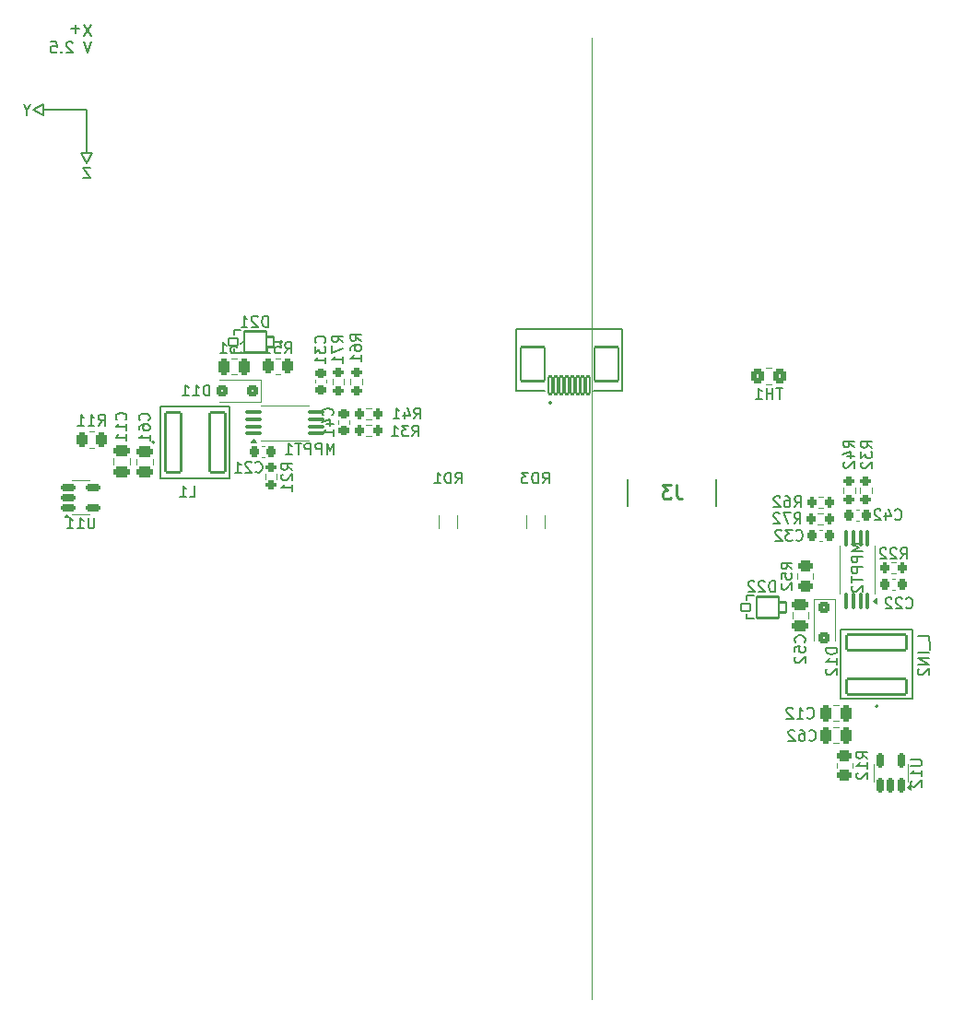
<source format=gbo>
G04 #@! TF.GenerationSoftware,KiCad,Pcbnew,8.0.2*
G04 #@! TF.CreationDate,2024-08-20T08:17:01+02:00*
G04 #@! TF.ProjectId,STS1_SIDEPANEL,53545331-5f53-4494-9445-50414e454c2e,rev?*
G04 #@! TF.SameCoordinates,Original*
G04 #@! TF.FileFunction,Legend,Bot*
G04 #@! TF.FilePolarity,Positive*
%FSLAX46Y46*%
G04 Gerber Fmt 4.6, Leading zero omitted, Abs format (unit mm)*
G04 Created by KiCad (PCBNEW 8.0.2) date 2024-08-20 08:17:01*
%MOMM*%
%LPD*%
G01*
G04 APERTURE LIST*
G04 Aperture macros list*
%AMRoundRect*
0 Rectangle with rounded corners*
0 $1 Rounding radius*
0 $2 $3 $4 $5 $6 $7 $8 $9 X,Y pos of 4 corners*
0 Add a 4 corners polygon primitive as box body*
4,1,4,$2,$3,$4,$5,$6,$7,$8,$9,$2,$3,0*
0 Add four circle primitives for the rounded corners*
1,1,$1+$1,$2,$3*
1,1,$1+$1,$4,$5*
1,1,$1+$1,$6,$7*
1,1,$1+$1,$8,$9*
0 Add four rect primitives between the rounded corners*
20,1,$1+$1,$2,$3,$4,$5,0*
20,1,$1+$1,$4,$5,$6,$7,0*
20,1,$1+$1,$6,$7,$8,$9,0*
20,1,$1+$1,$8,$9,$2,$3,0*%
G04 Aperture macros list end*
%ADD10C,0.150000*%
%ADD11C,0.254000*%
%ADD12C,0.120000*%
%ADD13C,0.200000*%
%ADD14C,0.127000*%
%ADD15C,6.000000*%
%ADD16RoundRect,0.250000X0.250000X0.475000X-0.250000X0.475000X-0.250000X-0.475000X0.250000X-0.475000X0*%
%ADD17RoundRect,0.250000X-0.350000X-0.450000X0.350000X-0.450000X0.350000X0.450000X-0.350000X0.450000X0*%
%ADD18R,1.000000X3.200000*%
%ADD19R,1.800000X1.500000*%
%ADD20RoundRect,0.250000X-0.475000X0.250000X-0.475000X-0.250000X0.475000X-0.250000X0.475000X0.250000X0*%
%ADD21RoundRect,0.102000X-0.325000X0.475000X-0.325000X-0.475000X0.325000X-0.475000X0.325000X0.475000X0*%
%ADD22RoundRect,0.102000X1.000000X0.975000X-1.000000X0.975000X-1.000000X-0.975000X1.000000X-0.975000X0*%
%ADD23RoundRect,0.102000X-0.425000X-0.325000X0.425000X-0.325000X0.425000X0.325000X-0.425000X0.325000X0*%
%ADD24RoundRect,0.100000X0.100000X-0.637500X0.100000X0.637500X-0.100000X0.637500X-0.100000X-0.637500X0*%
%ADD25RoundRect,0.200000X-0.200000X-0.275000X0.200000X-0.275000X0.200000X0.275000X-0.200000X0.275000X0*%
%ADD26RoundRect,0.250000X-0.300000X0.300000X-0.300000X-0.300000X0.300000X-0.300000X0.300000X0.300000X0*%
%ADD27RoundRect,0.200000X0.275000X-0.200000X0.275000X0.200000X-0.275000X0.200000X-0.275000X-0.200000X0*%
%ADD28RoundRect,0.250000X0.450000X-0.262500X0.450000X0.262500X-0.450000X0.262500X-0.450000X-0.262500X0*%
%ADD29RoundRect,0.150000X0.150000X-0.512500X0.150000X0.512500X-0.150000X0.512500X-0.150000X-0.512500X0*%
%ADD30RoundRect,0.200000X-0.275000X0.200000X-0.275000X-0.200000X0.275000X-0.200000X0.275000X0.200000X0*%
%ADD31RoundRect,0.250000X-0.450000X0.262500X-0.450000X-0.262500X0.450000X-0.262500X0.450000X0.262500X0*%
%ADD32RoundRect,0.225000X0.250000X-0.225000X0.250000X0.225000X-0.250000X0.225000X-0.250000X-0.225000X0*%
%ADD33RoundRect,0.225000X0.225000X0.250000X-0.225000X0.250000X-0.225000X-0.250000X0.225000X-0.250000X0*%
%ADD34RoundRect,0.225000X-0.225000X-0.250000X0.225000X-0.250000X0.225000X0.250000X-0.225000X0.250000X0*%
%ADD35RoundRect,0.200000X0.200000X0.275000X-0.200000X0.275000X-0.200000X-0.275000X0.200000X-0.275000X0*%
%ADD36RoundRect,0.100000X-0.637500X-0.100000X0.637500X-0.100000X0.637500X0.100000X-0.637500X0.100000X0*%
%ADD37RoundRect,0.102000X-0.150000X-0.800000X0.150000X-0.800000X0.150000X0.800000X-0.150000X0.800000X0*%
%ADD38RoundRect,0.102000X-1.120000X-1.560000X1.120000X-1.560000X1.120000X1.560000X-1.120000X1.560000X0*%
%ADD39RoundRect,0.250000X0.262500X0.450000X-0.262500X0.450000X-0.262500X-0.450000X0.262500X-0.450000X0*%
%ADD40RoundRect,0.150000X-0.512500X-0.150000X0.512500X-0.150000X0.512500X0.150000X-0.512500X0.150000X0*%
%ADD41RoundRect,0.102000X2.750000X-0.715000X2.750000X0.715000X-2.750000X0.715000X-2.750000X-0.715000X0*%
%ADD42RoundRect,0.102000X-0.715000X-2.750000X0.715000X-2.750000X0.715000X2.750000X-0.715000X2.750000X0*%
%ADD43RoundRect,0.250000X-0.262500X-0.450000X0.262500X-0.450000X0.262500X0.450000X-0.262500X0.450000X0*%
%ADD44RoundRect,0.225000X-0.250000X0.225000X-0.250000X-0.225000X0.250000X-0.225000X0.250000X0.225000X0*%
%ADD45RoundRect,0.250000X0.300000X0.300000X-0.300000X0.300000X-0.300000X-0.300000X0.300000X-0.300000X0*%
G04 APERTURE END LIST*
D10*
X88265700Y-55620000D02*
X87765800Y-56517600D01*
X83769800Y-51598200D02*
X83769800Y-51098200D01*
X83769800Y-52098200D02*
X82872200Y-51598300D01*
X87265700Y-55620000D02*
X87765800Y-56517600D01*
X83769800Y-51098200D02*
X82872200Y-51598300D01*
X88265700Y-55620000D02*
X87765700Y-55620000D01*
X87765700Y-55620000D02*
X87265700Y-55620000D01*
X87769800Y-51598200D02*
X87769800Y-55598200D01*
X87769800Y-51598200D02*
X83769800Y-51598200D01*
X83769800Y-52098200D02*
X83769800Y-51598200D01*
X82310944Y-51677828D02*
X82310944Y-52154019D01*
X82644277Y-51154019D02*
X82310944Y-51677828D01*
X82310944Y-51677828D02*
X81977611Y-51154019D01*
X88108458Y-56919819D02*
X87441792Y-56919819D01*
X87441792Y-56919819D02*
X88108458Y-57919819D01*
X88108458Y-57919819D02*
X87441792Y-57919819D01*
X88177380Y-44820180D02*
X87510714Y-43820180D01*
X87510714Y-44820180D02*
X88177380Y-43820180D01*
X87129761Y-44201133D02*
X86367857Y-44201133D01*
X86748809Y-43820180D02*
X86748809Y-44582085D01*
X88181077Y-45394819D02*
X87847744Y-46394819D01*
X87847744Y-46394819D02*
X87514411Y-45394819D01*
X86466791Y-45490057D02*
X86419172Y-45442438D01*
X86419172Y-45442438D02*
X86323934Y-45394819D01*
X86323934Y-45394819D02*
X86085839Y-45394819D01*
X86085839Y-45394819D02*
X85990601Y-45442438D01*
X85990601Y-45442438D02*
X85942982Y-45490057D01*
X85942982Y-45490057D02*
X85895363Y-45585295D01*
X85895363Y-45585295D02*
X85895363Y-45680533D01*
X85895363Y-45680533D02*
X85942982Y-45823390D01*
X85942982Y-45823390D02*
X86514410Y-46394819D01*
X86514410Y-46394819D02*
X85895363Y-46394819D01*
X85466791Y-46299580D02*
X85419172Y-46347200D01*
X85419172Y-46347200D02*
X85466791Y-46394819D01*
X85466791Y-46394819D02*
X85514410Y-46347200D01*
X85514410Y-46347200D02*
X85466791Y-46299580D01*
X85466791Y-46299580D02*
X85466791Y-46394819D01*
X84514411Y-45394819D02*
X84990601Y-45394819D01*
X84990601Y-45394819D02*
X85038220Y-45871009D01*
X85038220Y-45871009D02*
X84990601Y-45823390D01*
X84990601Y-45823390D02*
X84895363Y-45775771D01*
X84895363Y-45775771D02*
X84657268Y-45775771D01*
X84657268Y-45775771D02*
X84562030Y-45823390D01*
X84562030Y-45823390D02*
X84514411Y-45871009D01*
X84514411Y-45871009D02*
X84466792Y-45966247D01*
X84466792Y-45966247D02*
X84466792Y-46204342D01*
X84466792Y-46204342D02*
X84514411Y-46299580D01*
X84514411Y-46299580D02*
X84562030Y-46347200D01*
X84562030Y-46347200D02*
X84657268Y-46394819D01*
X84657268Y-46394819D02*
X84895363Y-46394819D01*
X84895363Y-46394819D02*
X84990601Y-46347200D01*
X84990601Y-46347200D02*
X85038220Y-46299580D01*
X101942857Y-73904580D02*
X101990476Y-73952200D01*
X101990476Y-73952200D02*
X102133333Y-73999819D01*
X102133333Y-73999819D02*
X102228571Y-73999819D01*
X102228571Y-73999819D02*
X102371428Y-73952200D01*
X102371428Y-73952200D02*
X102466666Y-73856961D01*
X102466666Y-73856961D02*
X102514285Y-73761723D01*
X102514285Y-73761723D02*
X102561904Y-73571247D01*
X102561904Y-73571247D02*
X102561904Y-73428390D01*
X102561904Y-73428390D02*
X102514285Y-73237914D01*
X102514285Y-73237914D02*
X102466666Y-73142676D01*
X102466666Y-73142676D02*
X102371428Y-73047438D01*
X102371428Y-73047438D02*
X102228571Y-72999819D01*
X102228571Y-72999819D02*
X102133333Y-72999819D01*
X102133333Y-72999819D02*
X101990476Y-73047438D01*
X101990476Y-73047438D02*
X101942857Y-73095057D01*
X101038095Y-72999819D02*
X101514285Y-72999819D01*
X101514285Y-72999819D02*
X101561904Y-73476009D01*
X101561904Y-73476009D02*
X101514285Y-73428390D01*
X101514285Y-73428390D02*
X101419047Y-73380771D01*
X101419047Y-73380771D02*
X101180952Y-73380771D01*
X101180952Y-73380771D02*
X101085714Y-73428390D01*
X101085714Y-73428390D02*
X101038095Y-73476009D01*
X101038095Y-73476009D02*
X100990476Y-73571247D01*
X100990476Y-73571247D02*
X100990476Y-73809342D01*
X100990476Y-73809342D02*
X101038095Y-73904580D01*
X101038095Y-73904580D02*
X101085714Y-73952200D01*
X101085714Y-73952200D02*
X101180952Y-73999819D01*
X101180952Y-73999819D02*
X101419047Y-73999819D01*
X101419047Y-73999819D02*
X101514285Y-73952200D01*
X101514285Y-73952200D02*
X101561904Y-73904580D01*
X100038095Y-73999819D02*
X100609523Y-73999819D01*
X100323809Y-73999819D02*
X100323809Y-72999819D01*
X100323809Y-72999819D02*
X100419047Y-73142676D01*
X100419047Y-73142676D02*
X100514285Y-73237914D01*
X100514285Y-73237914D02*
X100609523Y-73285533D01*
X151710713Y-77204819D02*
X151139285Y-77204819D01*
X151424999Y-78204819D02*
X151424999Y-77204819D01*
X150805951Y-78204819D02*
X150805951Y-77204819D01*
X150805951Y-77681009D02*
X150234523Y-77681009D01*
X150234523Y-78204819D02*
X150234523Y-77204819D01*
X149234523Y-78204819D02*
X149805951Y-78204819D01*
X149520237Y-78204819D02*
X149520237Y-77204819D01*
X149520237Y-77204819D02*
X149615475Y-77347676D01*
X149615475Y-77347676D02*
X149710713Y-77442914D01*
X149710713Y-77442914D02*
X149805951Y-77490533D01*
D11*
X141949332Y-86124318D02*
X141949332Y-87031461D01*
X141949332Y-87031461D02*
X142009809Y-87212889D01*
X142009809Y-87212889D02*
X142130761Y-87333842D01*
X142130761Y-87333842D02*
X142312190Y-87394318D01*
X142312190Y-87394318D02*
X142433142Y-87394318D01*
X141465523Y-86124318D02*
X140679332Y-86124318D01*
X140679332Y-86124318D02*
X141102666Y-86608127D01*
X141102666Y-86608127D02*
X140921237Y-86608127D01*
X140921237Y-86608127D02*
X140800285Y-86668603D01*
X140800285Y-86668603D02*
X140739809Y-86729080D01*
X140739809Y-86729080D02*
X140679332Y-86850032D01*
X140679332Y-86850032D02*
X140679332Y-87152413D01*
X140679332Y-87152413D02*
X140739809Y-87273365D01*
X140739809Y-87273365D02*
X140800285Y-87333842D01*
X140800285Y-87333842D02*
X140921237Y-87394318D01*
X140921237Y-87394318D02*
X141284094Y-87394318D01*
X141284094Y-87394318D02*
X141405047Y-87333842D01*
X141405047Y-87333842D02*
X141465523Y-87273365D01*
D10*
X121666666Y-85954819D02*
X121999999Y-85478628D01*
X122238094Y-85954819D02*
X122238094Y-84954819D01*
X122238094Y-84954819D02*
X121857142Y-84954819D01*
X121857142Y-84954819D02*
X121761904Y-85002438D01*
X121761904Y-85002438D02*
X121714285Y-85050057D01*
X121714285Y-85050057D02*
X121666666Y-85145295D01*
X121666666Y-85145295D02*
X121666666Y-85288152D01*
X121666666Y-85288152D02*
X121714285Y-85383390D01*
X121714285Y-85383390D02*
X121761904Y-85431009D01*
X121761904Y-85431009D02*
X121857142Y-85478628D01*
X121857142Y-85478628D02*
X122238094Y-85478628D01*
X121238094Y-85954819D02*
X121238094Y-84954819D01*
X121238094Y-84954819D02*
X120999999Y-84954819D01*
X120999999Y-84954819D02*
X120857142Y-85002438D01*
X120857142Y-85002438D02*
X120761904Y-85097676D01*
X120761904Y-85097676D02*
X120714285Y-85192914D01*
X120714285Y-85192914D02*
X120666666Y-85383390D01*
X120666666Y-85383390D02*
X120666666Y-85526247D01*
X120666666Y-85526247D02*
X120714285Y-85716723D01*
X120714285Y-85716723D02*
X120761904Y-85811961D01*
X120761904Y-85811961D02*
X120857142Y-85907200D01*
X120857142Y-85907200D02*
X120999999Y-85954819D01*
X120999999Y-85954819D02*
X121238094Y-85954819D01*
X119714285Y-85954819D02*
X120285713Y-85954819D01*
X119999999Y-85954819D02*
X119999999Y-84954819D01*
X119999999Y-84954819D02*
X120095237Y-85097676D01*
X120095237Y-85097676D02*
X120190475Y-85192914D01*
X120190475Y-85192914D02*
X120285713Y-85240533D01*
X93484580Y-80157142D02*
X93532200Y-80109523D01*
X93532200Y-80109523D02*
X93579819Y-79966666D01*
X93579819Y-79966666D02*
X93579819Y-79871428D01*
X93579819Y-79871428D02*
X93532200Y-79728571D01*
X93532200Y-79728571D02*
X93436961Y-79633333D01*
X93436961Y-79633333D02*
X93341723Y-79585714D01*
X93341723Y-79585714D02*
X93151247Y-79538095D01*
X93151247Y-79538095D02*
X93008390Y-79538095D01*
X93008390Y-79538095D02*
X92817914Y-79585714D01*
X92817914Y-79585714D02*
X92722676Y-79633333D01*
X92722676Y-79633333D02*
X92627438Y-79728571D01*
X92627438Y-79728571D02*
X92579819Y-79871428D01*
X92579819Y-79871428D02*
X92579819Y-79966666D01*
X92579819Y-79966666D02*
X92627438Y-80109523D01*
X92627438Y-80109523D02*
X92675057Y-80157142D01*
X92579819Y-81014285D02*
X92579819Y-80823809D01*
X92579819Y-80823809D02*
X92627438Y-80728571D01*
X92627438Y-80728571D02*
X92675057Y-80680952D01*
X92675057Y-80680952D02*
X92817914Y-80585714D01*
X92817914Y-80585714D02*
X93008390Y-80538095D01*
X93008390Y-80538095D02*
X93389342Y-80538095D01*
X93389342Y-80538095D02*
X93484580Y-80585714D01*
X93484580Y-80585714D02*
X93532200Y-80633333D01*
X93532200Y-80633333D02*
X93579819Y-80728571D01*
X93579819Y-80728571D02*
X93579819Y-80919047D01*
X93579819Y-80919047D02*
X93532200Y-81014285D01*
X93532200Y-81014285D02*
X93484580Y-81061904D01*
X93484580Y-81061904D02*
X93389342Y-81109523D01*
X93389342Y-81109523D02*
X93151247Y-81109523D01*
X93151247Y-81109523D02*
X93056009Y-81061904D01*
X93056009Y-81061904D02*
X93008390Y-81014285D01*
X93008390Y-81014285D02*
X92960771Y-80919047D01*
X92960771Y-80919047D02*
X92960771Y-80728571D01*
X92960771Y-80728571D02*
X93008390Y-80633333D01*
X93008390Y-80633333D02*
X93056009Y-80585714D01*
X93056009Y-80585714D02*
X93151247Y-80538095D01*
X93579819Y-82061904D02*
X93579819Y-81490476D01*
X93579819Y-81776190D02*
X92579819Y-81776190D01*
X92579819Y-81776190D02*
X92722676Y-81680952D01*
X92722676Y-81680952D02*
X92817914Y-81585714D01*
X92817914Y-81585714D02*
X92865533Y-81490476D01*
X104447285Y-71573419D02*
X104447285Y-70573419D01*
X104447285Y-70573419D02*
X104209190Y-70573419D01*
X104209190Y-70573419D02*
X104066333Y-70621038D01*
X104066333Y-70621038D02*
X103971095Y-70716276D01*
X103971095Y-70716276D02*
X103923476Y-70811514D01*
X103923476Y-70811514D02*
X103875857Y-71001990D01*
X103875857Y-71001990D02*
X103875857Y-71144847D01*
X103875857Y-71144847D02*
X103923476Y-71335323D01*
X103923476Y-71335323D02*
X103971095Y-71430561D01*
X103971095Y-71430561D02*
X104066333Y-71525800D01*
X104066333Y-71525800D02*
X104209190Y-71573419D01*
X104209190Y-71573419D02*
X104447285Y-71573419D01*
X103494904Y-70668657D02*
X103447285Y-70621038D01*
X103447285Y-70621038D02*
X103352047Y-70573419D01*
X103352047Y-70573419D02*
X103113952Y-70573419D01*
X103113952Y-70573419D02*
X103018714Y-70621038D01*
X103018714Y-70621038D02*
X102971095Y-70668657D01*
X102971095Y-70668657D02*
X102923476Y-70763895D01*
X102923476Y-70763895D02*
X102923476Y-70859133D01*
X102923476Y-70859133D02*
X102971095Y-71001990D01*
X102971095Y-71001990D02*
X103542523Y-71573419D01*
X103542523Y-71573419D02*
X102923476Y-71573419D01*
X101971095Y-71573419D02*
X102542523Y-71573419D01*
X102256809Y-71573419D02*
X102256809Y-70573419D01*
X102256809Y-70573419D02*
X102352047Y-70716276D01*
X102352047Y-70716276D02*
X102447285Y-70811514D01*
X102447285Y-70811514D02*
X102542523Y-70859133D01*
X159048819Y-91506024D02*
X158048819Y-91506024D01*
X158048819Y-91506024D02*
X158763104Y-91839357D01*
X158763104Y-91839357D02*
X158048819Y-92172690D01*
X158048819Y-92172690D02*
X159048819Y-92172690D01*
X159048819Y-92648881D02*
X158048819Y-92648881D01*
X158048819Y-92648881D02*
X158048819Y-93029833D01*
X158048819Y-93029833D02*
X158096438Y-93125071D01*
X158096438Y-93125071D02*
X158144057Y-93172690D01*
X158144057Y-93172690D02*
X158239295Y-93220309D01*
X158239295Y-93220309D02*
X158382152Y-93220309D01*
X158382152Y-93220309D02*
X158477390Y-93172690D01*
X158477390Y-93172690D02*
X158525009Y-93125071D01*
X158525009Y-93125071D02*
X158572628Y-93029833D01*
X158572628Y-93029833D02*
X158572628Y-92648881D01*
X159048819Y-93648881D02*
X158048819Y-93648881D01*
X158048819Y-93648881D02*
X158048819Y-94029833D01*
X158048819Y-94029833D02*
X158096438Y-94125071D01*
X158096438Y-94125071D02*
X158144057Y-94172690D01*
X158144057Y-94172690D02*
X158239295Y-94220309D01*
X158239295Y-94220309D02*
X158382152Y-94220309D01*
X158382152Y-94220309D02*
X158477390Y-94172690D01*
X158477390Y-94172690D02*
X158525009Y-94125071D01*
X158525009Y-94125071D02*
X158572628Y-94029833D01*
X158572628Y-94029833D02*
X158572628Y-93648881D01*
X158048819Y-94506024D02*
X158048819Y-95077452D01*
X159048819Y-94791738D02*
X158048819Y-94791738D01*
X158144057Y-95363167D02*
X158096438Y-95410786D01*
X158096438Y-95410786D02*
X158048819Y-95506024D01*
X158048819Y-95506024D02*
X158048819Y-95744119D01*
X158048819Y-95744119D02*
X158096438Y-95839357D01*
X158096438Y-95839357D02*
X158144057Y-95886976D01*
X158144057Y-95886976D02*
X158239295Y-95934595D01*
X158239295Y-95934595D02*
X158334533Y-95934595D01*
X158334533Y-95934595D02*
X158477390Y-95886976D01*
X158477390Y-95886976D02*
X159048819Y-95315548D01*
X159048819Y-95315548D02*
X159048819Y-95934595D01*
X162538857Y-92881319D02*
X162872190Y-92405128D01*
X163110285Y-92881319D02*
X163110285Y-91881319D01*
X163110285Y-91881319D02*
X162729333Y-91881319D01*
X162729333Y-91881319D02*
X162634095Y-91928938D01*
X162634095Y-91928938D02*
X162586476Y-91976557D01*
X162586476Y-91976557D02*
X162538857Y-92071795D01*
X162538857Y-92071795D02*
X162538857Y-92214652D01*
X162538857Y-92214652D02*
X162586476Y-92309890D01*
X162586476Y-92309890D02*
X162634095Y-92357509D01*
X162634095Y-92357509D02*
X162729333Y-92405128D01*
X162729333Y-92405128D02*
X163110285Y-92405128D01*
X162157904Y-91976557D02*
X162110285Y-91928938D01*
X162110285Y-91928938D02*
X162015047Y-91881319D01*
X162015047Y-91881319D02*
X161776952Y-91881319D01*
X161776952Y-91881319D02*
X161681714Y-91928938D01*
X161681714Y-91928938D02*
X161634095Y-91976557D01*
X161634095Y-91976557D02*
X161586476Y-92071795D01*
X161586476Y-92071795D02*
X161586476Y-92167033D01*
X161586476Y-92167033D02*
X161634095Y-92309890D01*
X161634095Y-92309890D02*
X162205523Y-92881319D01*
X162205523Y-92881319D02*
X161586476Y-92881319D01*
X161205523Y-91976557D02*
X161157904Y-91928938D01*
X161157904Y-91928938D02*
X161062666Y-91881319D01*
X161062666Y-91881319D02*
X160824571Y-91881319D01*
X160824571Y-91881319D02*
X160729333Y-91928938D01*
X160729333Y-91928938D02*
X160681714Y-91976557D01*
X160681714Y-91976557D02*
X160634095Y-92071795D01*
X160634095Y-92071795D02*
X160634095Y-92167033D01*
X160634095Y-92167033D02*
X160681714Y-92309890D01*
X160681714Y-92309890D02*
X161253142Y-92881319D01*
X161253142Y-92881319D02*
X160634095Y-92881319D01*
X156704819Y-101085714D02*
X155704819Y-101085714D01*
X155704819Y-101085714D02*
X155704819Y-101323809D01*
X155704819Y-101323809D02*
X155752438Y-101466666D01*
X155752438Y-101466666D02*
X155847676Y-101561904D01*
X155847676Y-101561904D02*
X155942914Y-101609523D01*
X155942914Y-101609523D02*
X156133390Y-101657142D01*
X156133390Y-101657142D02*
X156276247Y-101657142D01*
X156276247Y-101657142D02*
X156466723Y-101609523D01*
X156466723Y-101609523D02*
X156561961Y-101561904D01*
X156561961Y-101561904D02*
X156657200Y-101466666D01*
X156657200Y-101466666D02*
X156704819Y-101323809D01*
X156704819Y-101323809D02*
X156704819Y-101085714D01*
X156704819Y-102609523D02*
X156704819Y-102038095D01*
X156704819Y-102323809D02*
X155704819Y-102323809D01*
X155704819Y-102323809D02*
X155847676Y-102228571D01*
X155847676Y-102228571D02*
X155942914Y-102133333D01*
X155942914Y-102133333D02*
X155990533Y-102038095D01*
X155800057Y-102990476D02*
X155752438Y-103038095D01*
X155752438Y-103038095D02*
X155704819Y-103133333D01*
X155704819Y-103133333D02*
X155704819Y-103371428D01*
X155704819Y-103371428D02*
X155752438Y-103466666D01*
X155752438Y-103466666D02*
X155800057Y-103514285D01*
X155800057Y-103514285D02*
X155895295Y-103561904D01*
X155895295Y-103561904D02*
X155990533Y-103561904D01*
X155990533Y-103561904D02*
X156133390Y-103514285D01*
X156133390Y-103514285D02*
X156704819Y-102942857D01*
X156704819Y-102942857D02*
X156704819Y-103561904D01*
X113004819Y-72847142D02*
X112528628Y-72513809D01*
X113004819Y-72275714D02*
X112004819Y-72275714D01*
X112004819Y-72275714D02*
X112004819Y-72656666D01*
X112004819Y-72656666D02*
X112052438Y-72751904D01*
X112052438Y-72751904D02*
X112100057Y-72799523D01*
X112100057Y-72799523D02*
X112195295Y-72847142D01*
X112195295Y-72847142D02*
X112338152Y-72847142D01*
X112338152Y-72847142D02*
X112433390Y-72799523D01*
X112433390Y-72799523D02*
X112481009Y-72751904D01*
X112481009Y-72751904D02*
X112528628Y-72656666D01*
X112528628Y-72656666D02*
X112528628Y-72275714D01*
X112004819Y-73704285D02*
X112004819Y-73513809D01*
X112004819Y-73513809D02*
X112052438Y-73418571D01*
X112052438Y-73418571D02*
X112100057Y-73370952D01*
X112100057Y-73370952D02*
X112242914Y-73275714D01*
X112242914Y-73275714D02*
X112433390Y-73228095D01*
X112433390Y-73228095D02*
X112814342Y-73228095D01*
X112814342Y-73228095D02*
X112909580Y-73275714D01*
X112909580Y-73275714D02*
X112957200Y-73323333D01*
X112957200Y-73323333D02*
X113004819Y-73418571D01*
X113004819Y-73418571D02*
X113004819Y-73609047D01*
X113004819Y-73609047D02*
X112957200Y-73704285D01*
X112957200Y-73704285D02*
X112909580Y-73751904D01*
X112909580Y-73751904D02*
X112814342Y-73799523D01*
X112814342Y-73799523D02*
X112576247Y-73799523D01*
X112576247Y-73799523D02*
X112481009Y-73751904D01*
X112481009Y-73751904D02*
X112433390Y-73704285D01*
X112433390Y-73704285D02*
X112385771Y-73609047D01*
X112385771Y-73609047D02*
X112385771Y-73418571D01*
X112385771Y-73418571D02*
X112433390Y-73323333D01*
X112433390Y-73323333D02*
X112481009Y-73275714D01*
X112481009Y-73275714D02*
X112576247Y-73228095D01*
X113004819Y-74751904D02*
X113004819Y-74180476D01*
X113004819Y-74466190D02*
X112004819Y-74466190D01*
X112004819Y-74466190D02*
X112147676Y-74370952D01*
X112147676Y-74370952D02*
X112242914Y-74275714D01*
X112242914Y-74275714D02*
X112290533Y-74180476D01*
X159504819Y-111232142D02*
X159028628Y-110898809D01*
X159504819Y-110660714D02*
X158504819Y-110660714D01*
X158504819Y-110660714D02*
X158504819Y-111041666D01*
X158504819Y-111041666D02*
X158552438Y-111136904D01*
X158552438Y-111136904D02*
X158600057Y-111184523D01*
X158600057Y-111184523D02*
X158695295Y-111232142D01*
X158695295Y-111232142D02*
X158838152Y-111232142D01*
X158838152Y-111232142D02*
X158933390Y-111184523D01*
X158933390Y-111184523D02*
X158981009Y-111136904D01*
X158981009Y-111136904D02*
X159028628Y-111041666D01*
X159028628Y-111041666D02*
X159028628Y-110660714D01*
X159504819Y-112184523D02*
X159504819Y-111613095D01*
X159504819Y-111898809D02*
X158504819Y-111898809D01*
X158504819Y-111898809D02*
X158647676Y-111803571D01*
X158647676Y-111803571D02*
X158742914Y-111708333D01*
X158742914Y-111708333D02*
X158790533Y-111613095D01*
X158600057Y-112565476D02*
X158552438Y-112613095D01*
X158552438Y-112613095D02*
X158504819Y-112708333D01*
X158504819Y-112708333D02*
X158504819Y-112946428D01*
X158504819Y-112946428D02*
X158552438Y-113041666D01*
X158552438Y-113041666D02*
X158600057Y-113089285D01*
X158600057Y-113089285D02*
X158695295Y-113136904D01*
X158695295Y-113136904D02*
X158790533Y-113136904D01*
X158790533Y-113136904D02*
X158933390Y-113089285D01*
X158933390Y-113089285D02*
X159504819Y-112517857D01*
X159504819Y-112517857D02*
X159504819Y-113136904D01*
X163496819Y-111311905D02*
X164306342Y-111311905D01*
X164306342Y-111311905D02*
X164401580Y-111359524D01*
X164401580Y-111359524D02*
X164449200Y-111407143D01*
X164449200Y-111407143D02*
X164496819Y-111502381D01*
X164496819Y-111502381D02*
X164496819Y-111692857D01*
X164496819Y-111692857D02*
X164449200Y-111788095D01*
X164449200Y-111788095D02*
X164401580Y-111835714D01*
X164401580Y-111835714D02*
X164306342Y-111883333D01*
X164306342Y-111883333D02*
X163496819Y-111883333D01*
X164496819Y-112883333D02*
X164496819Y-112311905D01*
X164496819Y-112597619D02*
X163496819Y-112597619D01*
X163496819Y-112597619D02*
X163639676Y-112502381D01*
X163639676Y-112502381D02*
X163734914Y-112407143D01*
X163734914Y-112407143D02*
X163782533Y-112311905D01*
X163592057Y-113264286D02*
X163544438Y-113311905D01*
X163544438Y-113311905D02*
X163496819Y-113407143D01*
X163496819Y-113407143D02*
X163496819Y-113645238D01*
X163496819Y-113645238D02*
X163544438Y-113740476D01*
X163544438Y-113740476D02*
X163592057Y-113788095D01*
X163592057Y-113788095D02*
X163687295Y-113835714D01*
X163687295Y-113835714D02*
X163782533Y-113835714D01*
X163782533Y-113835714D02*
X163925390Y-113788095D01*
X163925390Y-113788095D02*
X164496819Y-113216667D01*
X164496819Y-113216667D02*
X164496819Y-113835714D01*
X151004785Y-95920819D02*
X151004785Y-94920819D01*
X151004785Y-94920819D02*
X150766690Y-94920819D01*
X150766690Y-94920819D02*
X150623833Y-94968438D01*
X150623833Y-94968438D02*
X150528595Y-95063676D01*
X150528595Y-95063676D02*
X150480976Y-95158914D01*
X150480976Y-95158914D02*
X150433357Y-95349390D01*
X150433357Y-95349390D02*
X150433357Y-95492247D01*
X150433357Y-95492247D02*
X150480976Y-95682723D01*
X150480976Y-95682723D02*
X150528595Y-95777961D01*
X150528595Y-95777961D02*
X150623833Y-95873200D01*
X150623833Y-95873200D02*
X150766690Y-95920819D01*
X150766690Y-95920819D02*
X151004785Y-95920819D01*
X150052404Y-95016057D02*
X150004785Y-94968438D01*
X150004785Y-94968438D02*
X149909547Y-94920819D01*
X149909547Y-94920819D02*
X149671452Y-94920819D01*
X149671452Y-94920819D02*
X149576214Y-94968438D01*
X149576214Y-94968438D02*
X149528595Y-95016057D01*
X149528595Y-95016057D02*
X149480976Y-95111295D01*
X149480976Y-95111295D02*
X149480976Y-95206533D01*
X149480976Y-95206533D02*
X149528595Y-95349390D01*
X149528595Y-95349390D02*
X150100023Y-95920819D01*
X150100023Y-95920819D02*
X149480976Y-95920819D01*
X149100023Y-95016057D02*
X149052404Y-94968438D01*
X149052404Y-94968438D02*
X148957166Y-94920819D01*
X148957166Y-94920819D02*
X148719071Y-94920819D01*
X148719071Y-94920819D02*
X148623833Y-94968438D01*
X148623833Y-94968438D02*
X148576214Y-95016057D01*
X148576214Y-95016057D02*
X148528595Y-95111295D01*
X148528595Y-95111295D02*
X148528595Y-95206533D01*
X148528595Y-95206533D02*
X148576214Y-95349390D01*
X148576214Y-95349390D02*
X149147642Y-95920819D01*
X149147642Y-95920819D02*
X148528595Y-95920819D01*
X158286819Y-82639642D02*
X157810628Y-82306309D01*
X158286819Y-82068214D02*
X157286819Y-82068214D01*
X157286819Y-82068214D02*
X157286819Y-82449166D01*
X157286819Y-82449166D02*
X157334438Y-82544404D01*
X157334438Y-82544404D02*
X157382057Y-82592023D01*
X157382057Y-82592023D02*
X157477295Y-82639642D01*
X157477295Y-82639642D02*
X157620152Y-82639642D01*
X157620152Y-82639642D02*
X157715390Y-82592023D01*
X157715390Y-82592023D02*
X157763009Y-82544404D01*
X157763009Y-82544404D02*
X157810628Y-82449166D01*
X157810628Y-82449166D02*
X157810628Y-82068214D01*
X157620152Y-83496785D02*
X158286819Y-83496785D01*
X157239200Y-83258690D02*
X157953485Y-83020595D01*
X157953485Y-83020595D02*
X157953485Y-83639642D01*
X157382057Y-83972976D02*
X157334438Y-84020595D01*
X157334438Y-84020595D02*
X157286819Y-84115833D01*
X157286819Y-84115833D02*
X157286819Y-84353928D01*
X157286819Y-84353928D02*
X157334438Y-84449166D01*
X157334438Y-84449166D02*
X157382057Y-84496785D01*
X157382057Y-84496785D02*
X157477295Y-84544404D01*
X157477295Y-84544404D02*
X157572533Y-84544404D01*
X157572533Y-84544404D02*
X157715390Y-84496785D01*
X157715390Y-84496785D02*
X158286819Y-83925357D01*
X158286819Y-83925357D02*
X158286819Y-84544404D01*
X152585819Y-93815642D02*
X152109628Y-93482309D01*
X152585819Y-93244214D02*
X151585819Y-93244214D01*
X151585819Y-93244214D02*
X151585819Y-93625166D01*
X151585819Y-93625166D02*
X151633438Y-93720404D01*
X151633438Y-93720404D02*
X151681057Y-93768023D01*
X151681057Y-93768023D02*
X151776295Y-93815642D01*
X151776295Y-93815642D02*
X151919152Y-93815642D01*
X151919152Y-93815642D02*
X152014390Y-93768023D01*
X152014390Y-93768023D02*
X152062009Y-93720404D01*
X152062009Y-93720404D02*
X152109628Y-93625166D01*
X152109628Y-93625166D02*
X152109628Y-93244214D01*
X151585819Y-94720404D02*
X151585819Y-94244214D01*
X151585819Y-94244214D02*
X152062009Y-94196595D01*
X152062009Y-94196595D02*
X152014390Y-94244214D01*
X152014390Y-94244214D02*
X151966771Y-94339452D01*
X151966771Y-94339452D02*
X151966771Y-94577547D01*
X151966771Y-94577547D02*
X152014390Y-94672785D01*
X152014390Y-94672785D02*
X152062009Y-94720404D01*
X152062009Y-94720404D02*
X152157247Y-94768023D01*
X152157247Y-94768023D02*
X152395342Y-94768023D01*
X152395342Y-94768023D02*
X152490580Y-94720404D01*
X152490580Y-94720404D02*
X152538200Y-94672785D01*
X152538200Y-94672785D02*
X152585819Y-94577547D01*
X152585819Y-94577547D02*
X152585819Y-94339452D01*
X152585819Y-94339452D02*
X152538200Y-94244214D01*
X152538200Y-94244214D02*
X152490580Y-94196595D01*
X151681057Y-95148976D02*
X151633438Y-95196595D01*
X151633438Y-95196595D02*
X151585819Y-95291833D01*
X151585819Y-95291833D02*
X151585819Y-95529928D01*
X151585819Y-95529928D02*
X151633438Y-95625166D01*
X151633438Y-95625166D02*
X151681057Y-95672785D01*
X151681057Y-95672785D02*
X151776295Y-95720404D01*
X151776295Y-95720404D02*
X151871533Y-95720404D01*
X151871533Y-95720404D02*
X152014390Y-95672785D01*
X152014390Y-95672785D02*
X152585819Y-95101357D01*
X152585819Y-95101357D02*
X152585819Y-95720404D01*
X109649580Y-73032142D02*
X109697200Y-72984523D01*
X109697200Y-72984523D02*
X109744819Y-72841666D01*
X109744819Y-72841666D02*
X109744819Y-72746428D01*
X109744819Y-72746428D02*
X109697200Y-72603571D01*
X109697200Y-72603571D02*
X109601961Y-72508333D01*
X109601961Y-72508333D02*
X109506723Y-72460714D01*
X109506723Y-72460714D02*
X109316247Y-72413095D01*
X109316247Y-72413095D02*
X109173390Y-72413095D01*
X109173390Y-72413095D02*
X108982914Y-72460714D01*
X108982914Y-72460714D02*
X108887676Y-72508333D01*
X108887676Y-72508333D02*
X108792438Y-72603571D01*
X108792438Y-72603571D02*
X108744819Y-72746428D01*
X108744819Y-72746428D02*
X108744819Y-72841666D01*
X108744819Y-72841666D02*
X108792438Y-72984523D01*
X108792438Y-72984523D02*
X108840057Y-73032142D01*
X108744819Y-73365476D02*
X108744819Y-73984523D01*
X108744819Y-73984523D02*
X109125771Y-73651190D01*
X109125771Y-73651190D02*
X109125771Y-73794047D01*
X109125771Y-73794047D02*
X109173390Y-73889285D01*
X109173390Y-73889285D02*
X109221009Y-73936904D01*
X109221009Y-73936904D02*
X109316247Y-73984523D01*
X109316247Y-73984523D02*
X109554342Y-73984523D01*
X109554342Y-73984523D02*
X109649580Y-73936904D01*
X109649580Y-73936904D02*
X109697200Y-73889285D01*
X109697200Y-73889285D02*
X109744819Y-73794047D01*
X109744819Y-73794047D02*
X109744819Y-73508333D01*
X109744819Y-73508333D02*
X109697200Y-73413095D01*
X109697200Y-73413095D02*
X109649580Y-73365476D01*
X109744819Y-74936904D02*
X109744819Y-74365476D01*
X109744819Y-74651190D02*
X108744819Y-74651190D01*
X108744819Y-74651190D02*
X108887676Y-74555952D01*
X108887676Y-74555952D02*
X108982914Y-74460714D01*
X108982914Y-74460714D02*
X109030533Y-74365476D01*
X106679819Y-84732142D02*
X106203628Y-84398809D01*
X106679819Y-84160714D02*
X105679819Y-84160714D01*
X105679819Y-84160714D02*
X105679819Y-84541666D01*
X105679819Y-84541666D02*
X105727438Y-84636904D01*
X105727438Y-84636904D02*
X105775057Y-84684523D01*
X105775057Y-84684523D02*
X105870295Y-84732142D01*
X105870295Y-84732142D02*
X106013152Y-84732142D01*
X106013152Y-84732142D02*
X106108390Y-84684523D01*
X106108390Y-84684523D02*
X106156009Y-84636904D01*
X106156009Y-84636904D02*
X106203628Y-84541666D01*
X106203628Y-84541666D02*
X106203628Y-84160714D01*
X105775057Y-85113095D02*
X105727438Y-85160714D01*
X105727438Y-85160714D02*
X105679819Y-85255952D01*
X105679819Y-85255952D02*
X105679819Y-85494047D01*
X105679819Y-85494047D02*
X105727438Y-85589285D01*
X105727438Y-85589285D02*
X105775057Y-85636904D01*
X105775057Y-85636904D02*
X105870295Y-85684523D01*
X105870295Y-85684523D02*
X105965533Y-85684523D01*
X105965533Y-85684523D02*
X106108390Y-85636904D01*
X106108390Y-85636904D02*
X106679819Y-85065476D01*
X106679819Y-85065476D02*
X106679819Y-85684523D01*
X106679819Y-86636904D02*
X106679819Y-86065476D01*
X106679819Y-86351190D02*
X105679819Y-86351190D01*
X105679819Y-86351190D02*
X105822676Y-86255952D01*
X105822676Y-86255952D02*
X105917914Y-86160714D01*
X105917914Y-86160714D02*
X105965533Y-86065476D01*
X152942857Y-91129580D02*
X152990476Y-91177200D01*
X152990476Y-91177200D02*
X153133333Y-91224819D01*
X153133333Y-91224819D02*
X153228571Y-91224819D01*
X153228571Y-91224819D02*
X153371428Y-91177200D01*
X153371428Y-91177200D02*
X153466666Y-91081961D01*
X153466666Y-91081961D02*
X153514285Y-90986723D01*
X153514285Y-90986723D02*
X153561904Y-90796247D01*
X153561904Y-90796247D02*
X153561904Y-90653390D01*
X153561904Y-90653390D02*
X153514285Y-90462914D01*
X153514285Y-90462914D02*
X153466666Y-90367676D01*
X153466666Y-90367676D02*
X153371428Y-90272438D01*
X153371428Y-90272438D02*
X153228571Y-90224819D01*
X153228571Y-90224819D02*
X153133333Y-90224819D01*
X153133333Y-90224819D02*
X152990476Y-90272438D01*
X152990476Y-90272438D02*
X152942857Y-90320057D01*
X152609523Y-90224819D02*
X151990476Y-90224819D01*
X151990476Y-90224819D02*
X152323809Y-90605771D01*
X152323809Y-90605771D02*
X152180952Y-90605771D01*
X152180952Y-90605771D02*
X152085714Y-90653390D01*
X152085714Y-90653390D02*
X152038095Y-90701009D01*
X152038095Y-90701009D02*
X151990476Y-90796247D01*
X151990476Y-90796247D02*
X151990476Y-91034342D01*
X151990476Y-91034342D02*
X152038095Y-91129580D01*
X152038095Y-91129580D02*
X152085714Y-91177200D01*
X152085714Y-91177200D02*
X152180952Y-91224819D01*
X152180952Y-91224819D02*
X152466666Y-91224819D01*
X152466666Y-91224819D02*
X152561904Y-91177200D01*
X152561904Y-91177200D02*
X152609523Y-91129580D01*
X151609523Y-90320057D02*
X151561904Y-90272438D01*
X151561904Y-90272438D02*
X151466666Y-90224819D01*
X151466666Y-90224819D02*
X151228571Y-90224819D01*
X151228571Y-90224819D02*
X151133333Y-90272438D01*
X151133333Y-90272438D02*
X151085714Y-90320057D01*
X151085714Y-90320057D02*
X151038095Y-90415295D01*
X151038095Y-90415295D02*
X151038095Y-90510533D01*
X151038095Y-90510533D02*
X151085714Y-90653390D01*
X151085714Y-90653390D02*
X151657142Y-91224819D01*
X151657142Y-91224819D02*
X151038095Y-91224819D01*
X91359580Y-80107142D02*
X91407200Y-80059523D01*
X91407200Y-80059523D02*
X91454819Y-79916666D01*
X91454819Y-79916666D02*
X91454819Y-79821428D01*
X91454819Y-79821428D02*
X91407200Y-79678571D01*
X91407200Y-79678571D02*
X91311961Y-79583333D01*
X91311961Y-79583333D02*
X91216723Y-79535714D01*
X91216723Y-79535714D02*
X91026247Y-79488095D01*
X91026247Y-79488095D02*
X90883390Y-79488095D01*
X90883390Y-79488095D02*
X90692914Y-79535714D01*
X90692914Y-79535714D02*
X90597676Y-79583333D01*
X90597676Y-79583333D02*
X90502438Y-79678571D01*
X90502438Y-79678571D02*
X90454819Y-79821428D01*
X90454819Y-79821428D02*
X90454819Y-79916666D01*
X90454819Y-79916666D02*
X90502438Y-80059523D01*
X90502438Y-80059523D02*
X90550057Y-80107142D01*
X91454819Y-81059523D02*
X91454819Y-80488095D01*
X91454819Y-80773809D02*
X90454819Y-80773809D01*
X90454819Y-80773809D02*
X90597676Y-80678571D01*
X90597676Y-80678571D02*
X90692914Y-80583333D01*
X90692914Y-80583333D02*
X90740533Y-80488095D01*
X91454819Y-82011904D02*
X91454819Y-81440476D01*
X91454819Y-81726190D02*
X90454819Y-81726190D01*
X90454819Y-81726190D02*
X90597676Y-81630952D01*
X90597676Y-81630952D02*
X90692914Y-81535714D01*
X90692914Y-81535714D02*
X90740533Y-81440476D01*
X162030857Y-89230080D02*
X162078476Y-89277700D01*
X162078476Y-89277700D02*
X162221333Y-89325319D01*
X162221333Y-89325319D02*
X162316571Y-89325319D01*
X162316571Y-89325319D02*
X162459428Y-89277700D01*
X162459428Y-89277700D02*
X162554666Y-89182461D01*
X162554666Y-89182461D02*
X162602285Y-89087223D01*
X162602285Y-89087223D02*
X162649904Y-88896747D01*
X162649904Y-88896747D02*
X162649904Y-88753890D01*
X162649904Y-88753890D02*
X162602285Y-88563414D01*
X162602285Y-88563414D02*
X162554666Y-88468176D01*
X162554666Y-88468176D02*
X162459428Y-88372938D01*
X162459428Y-88372938D02*
X162316571Y-88325319D01*
X162316571Y-88325319D02*
X162221333Y-88325319D01*
X162221333Y-88325319D02*
X162078476Y-88372938D01*
X162078476Y-88372938D02*
X162030857Y-88420557D01*
X161173714Y-88658652D02*
X161173714Y-89325319D01*
X161411809Y-88277700D02*
X161649904Y-88991985D01*
X161649904Y-88991985D02*
X161030857Y-88991985D01*
X160697523Y-88420557D02*
X160649904Y-88372938D01*
X160649904Y-88372938D02*
X160554666Y-88325319D01*
X160554666Y-88325319D02*
X160316571Y-88325319D01*
X160316571Y-88325319D02*
X160221333Y-88372938D01*
X160221333Y-88372938D02*
X160173714Y-88420557D01*
X160173714Y-88420557D02*
X160126095Y-88515795D01*
X160126095Y-88515795D02*
X160126095Y-88611033D01*
X160126095Y-88611033D02*
X160173714Y-88753890D01*
X160173714Y-88753890D02*
X160745142Y-89325319D01*
X160745142Y-89325319D02*
X160126095Y-89325319D01*
X152794857Y-88134819D02*
X153128190Y-87658628D01*
X153366285Y-88134819D02*
X153366285Y-87134819D01*
X153366285Y-87134819D02*
X152985333Y-87134819D01*
X152985333Y-87134819D02*
X152890095Y-87182438D01*
X152890095Y-87182438D02*
X152842476Y-87230057D01*
X152842476Y-87230057D02*
X152794857Y-87325295D01*
X152794857Y-87325295D02*
X152794857Y-87468152D01*
X152794857Y-87468152D02*
X152842476Y-87563390D01*
X152842476Y-87563390D02*
X152890095Y-87611009D01*
X152890095Y-87611009D02*
X152985333Y-87658628D01*
X152985333Y-87658628D02*
X153366285Y-87658628D01*
X151937714Y-87134819D02*
X152128190Y-87134819D01*
X152128190Y-87134819D02*
X152223428Y-87182438D01*
X152223428Y-87182438D02*
X152271047Y-87230057D01*
X152271047Y-87230057D02*
X152366285Y-87372914D01*
X152366285Y-87372914D02*
X152413904Y-87563390D01*
X152413904Y-87563390D02*
X152413904Y-87944342D01*
X152413904Y-87944342D02*
X152366285Y-88039580D01*
X152366285Y-88039580D02*
X152318666Y-88087200D01*
X152318666Y-88087200D02*
X152223428Y-88134819D01*
X152223428Y-88134819D02*
X152032952Y-88134819D01*
X152032952Y-88134819D02*
X151937714Y-88087200D01*
X151937714Y-88087200D02*
X151890095Y-88039580D01*
X151890095Y-88039580D02*
X151842476Y-87944342D01*
X151842476Y-87944342D02*
X151842476Y-87706247D01*
X151842476Y-87706247D02*
X151890095Y-87611009D01*
X151890095Y-87611009D02*
X151937714Y-87563390D01*
X151937714Y-87563390D02*
X152032952Y-87515771D01*
X152032952Y-87515771D02*
X152223428Y-87515771D01*
X152223428Y-87515771D02*
X152318666Y-87563390D01*
X152318666Y-87563390D02*
X152366285Y-87611009D01*
X152366285Y-87611009D02*
X152413904Y-87706247D01*
X151461523Y-87230057D02*
X151413904Y-87182438D01*
X151413904Y-87182438D02*
X151318666Y-87134819D01*
X151318666Y-87134819D02*
X151080571Y-87134819D01*
X151080571Y-87134819D02*
X150985333Y-87182438D01*
X150985333Y-87182438D02*
X150937714Y-87230057D01*
X150937714Y-87230057D02*
X150890095Y-87325295D01*
X150890095Y-87325295D02*
X150890095Y-87420533D01*
X150890095Y-87420533D02*
X150937714Y-87563390D01*
X150937714Y-87563390D02*
X151509142Y-88134819D01*
X151509142Y-88134819D02*
X150890095Y-88134819D01*
X159929819Y-82682142D02*
X159453628Y-82348809D01*
X159929819Y-82110714D02*
X158929819Y-82110714D01*
X158929819Y-82110714D02*
X158929819Y-82491666D01*
X158929819Y-82491666D02*
X158977438Y-82586904D01*
X158977438Y-82586904D02*
X159025057Y-82634523D01*
X159025057Y-82634523D02*
X159120295Y-82682142D01*
X159120295Y-82682142D02*
X159263152Y-82682142D01*
X159263152Y-82682142D02*
X159358390Y-82634523D01*
X159358390Y-82634523D02*
X159406009Y-82586904D01*
X159406009Y-82586904D02*
X159453628Y-82491666D01*
X159453628Y-82491666D02*
X159453628Y-82110714D01*
X158929819Y-83015476D02*
X158929819Y-83634523D01*
X158929819Y-83634523D02*
X159310771Y-83301190D01*
X159310771Y-83301190D02*
X159310771Y-83444047D01*
X159310771Y-83444047D02*
X159358390Y-83539285D01*
X159358390Y-83539285D02*
X159406009Y-83586904D01*
X159406009Y-83586904D02*
X159501247Y-83634523D01*
X159501247Y-83634523D02*
X159739342Y-83634523D01*
X159739342Y-83634523D02*
X159834580Y-83586904D01*
X159834580Y-83586904D02*
X159882200Y-83539285D01*
X159882200Y-83539285D02*
X159929819Y-83444047D01*
X159929819Y-83444047D02*
X159929819Y-83158333D01*
X159929819Y-83158333D02*
X159882200Y-83063095D01*
X159882200Y-83063095D02*
X159834580Y-83015476D01*
X159025057Y-84015476D02*
X158977438Y-84063095D01*
X158977438Y-84063095D02*
X158929819Y-84158333D01*
X158929819Y-84158333D02*
X158929819Y-84396428D01*
X158929819Y-84396428D02*
X158977438Y-84491666D01*
X158977438Y-84491666D02*
X159025057Y-84539285D01*
X159025057Y-84539285D02*
X159120295Y-84586904D01*
X159120295Y-84586904D02*
X159215533Y-84586904D01*
X159215533Y-84586904D02*
X159358390Y-84539285D01*
X159358390Y-84539285D02*
X159929819Y-83967857D01*
X159929819Y-83967857D02*
X159929819Y-84586904D01*
X152772857Y-89654819D02*
X153106190Y-89178628D01*
X153344285Y-89654819D02*
X153344285Y-88654819D01*
X153344285Y-88654819D02*
X152963333Y-88654819D01*
X152963333Y-88654819D02*
X152868095Y-88702438D01*
X152868095Y-88702438D02*
X152820476Y-88750057D01*
X152820476Y-88750057D02*
X152772857Y-88845295D01*
X152772857Y-88845295D02*
X152772857Y-88988152D01*
X152772857Y-88988152D02*
X152820476Y-89083390D01*
X152820476Y-89083390D02*
X152868095Y-89131009D01*
X152868095Y-89131009D02*
X152963333Y-89178628D01*
X152963333Y-89178628D02*
X153344285Y-89178628D01*
X152439523Y-88654819D02*
X151772857Y-88654819D01*
X151772857Y-88654819D02*
X152201428Y-89654819D01*
X151439523Y-88750057D02*
X151391904Y-88702438D01*
X151391904Y-88702438D02*
X151296666Y-88654819D01*
X151296666Y-88654819D02*
X151058571Y-88654819D01*
X151058571Y-88654819D02*
X150963333Y-88702438D01*
X150963333Y-88702438D02*
X150915714Y-88750057D01*
X150915714Y-88750057D02*
X150868095Y-88845295D01*
X150868095Y-88845295D02*
X150868095Y-88940533D01*
X150868095Y-88940533D02*
X150915714Y-89083390D01*
X150915714Y-89083390D02*
X151487142Y-89654819D01*
X151487142Y-89654819D02*
X150868095Y-89654819D01*
X129666666Y-85954819D02*
X129999999Y-85478628D01*
X130238094Y-85954819D02*
X130238094Y-84954819D01*
X130238094Y-84954819D02*
X129857142Y-84954819D01*
X129857142Y-84954819D02*
X129761904Y-85002438D01*
X129761904Y-85002438D02*
X129714285Y-85050057D01*
X129714285Y-85050057D02*
X129666666Y-85145295D01*
X129666666Y-85145295D02*
X129666666Y-85288152D01*
X129666666Y-85288152D02*
X129714285Y-85383390D01*
X129714285Y-85383390D02*
X129761904Y-85431009D01*
X129761904Y-85431009D02*
X129857142Y-85478628D01*
X129857142Y-85478628D02*
X130238094Y-85478628D01*
X129238094Y-85954819D02*
X129238094Y-84954819D01*
X129238094Y-84954819D02*
X128999999Y-84954819D01*
X128999999Y-84954819D02*
X128857142Y-85002438D01*
X128857142Y-85002438D02*
X128761904Y-85097676D01*
X128761904Y-85097676D02*
X128714285Y-85192914D01*
X128714285Y-85192914D02*
X128666666Y-85383390D01*
X128666666Y-85383390D02*
X128666666Y-85526247D01*
X128666666Y-85526247D02*
X128714285Y-85716723D01*
X128714285Y-85716723D02*
X128761904Y-85811961D01*
X128761904Y-85811961D02*
X128857142Y-85907200D01*
X128857142Y-85907200D02*
X128999999Y-85954819D01*
X128999999Y-85954819D02*
X129238094Y-85954819D01*
X128333332Y-84954819D02*
X127714285Y-84954819D01*
X127714285Y-84954819D02*
X128047618Y-85335771D01*
X128047618Y-85335771D02*
X127904761Y-85335771D01*
X127904761Y-85335771D02*
X127809523Y-85383390D01*
X127809523Y-85383390D02*
X127761904Y-85431009D01*
X127761904Y-85431009D02*
X127714285Y-85526247D01*
X127714285Y-85526247D02*
X127714285Y-85764342D01*
X127714285Y-85764342D02*
X127761904Y-85859580D01*
X127761904Y-85859580D02*
X127809523Y-85907200D01*
X127809523Y-85907200D02*
X127904761Y-85954819D01*
X127904761Y-85954819D02*
X128190475Y-85954819D01*
X128190475Y-85954819D02*
X128285713Y-85907200D01*
X128285713Y-85907200D02*
X128333332Y-85859580D01*
X110500475Y-83274819D02*
X110500475Y-82274819D01*
X110500475Y-82274819D02*
X110167142Y-82989104D01*
X110167142Y-82989104D02*
X109833809Y-82274819D01*
X109833809Y-82274819D02*
X109833809Y-83274819D01*
X109357618Y-83274819D02*
X109357618Y-82274819D01*
X109357618Y-82274819D02*
X108976666Y-82274819D01*
X108976666Y-82274819D02*
X108881428Y-82322438D01*
X108881428Y-82322438D02*
X108833809Y-82370057D01*
X108833809Y-82370057D02*
X108786190Y-82465295D01*
X108786190Y-82465295D02*
X108786190Y-82608152D01*
X108786190Y-82608152D02*
X108833809Y-82703390D01*
X108833809Y-82703390D02*
X108881428Y-82751009D01*
X108881428Y-82751009D02*
X108976666Y-82798628D01*
X108976666Y-82798628D02*
X109357618Y-82798628D01*
X108357618Y-83274819D02*
X108357618Y-82274819D01*
X108357618Y-82274819D02*
X107976666Y-82274819D01*
X107976666Y-82274819D02*
X107881428Y-82322438D01*
X107881428Y-82322438D02*
X107833809Y-82370057D01*
X107833809Y-82370057D02*
X107786190Y-82465295D01*
X107786190Y-82465295D02*
X107786190Y-82608152D01*
X107786190Y-82608152D02*
X107833809Y-82703390D01*
X107833809Y-82703390D02*
X107881428Y-82751009D01*
X107881428Y-82751009D02*
X107976666Y-82798628D01*
X107976666Y-82798628D02*
X108357618Y-82798628D01*
X107500475Y-82274819D02*
X106929047Y-82274819D01*
X107214761Y-83274819D02*
X107214761Y-82274819D01*
X106071904Y-83274819D02*
X106643332Y-83274819D01*
X106357618Y-83274819D02*
X106357618Y-82274819D01*
X106357618Y-82274819D02*
X106452856Y-82417676D01*
X106452856Y-82417676D02*
X106548094Y-82512914D01*
X106548094Y-82512914D02*
X106643332Y-82560533D01*
X154142857Y-109509580D02*
X154190476Y-109557200D01*
X154190476Y-109557200D02*
X154333333Y-109604819D01*
X154333333Y-109604819D02*
X154428571Y-109604819D01*
X154428571Y-109604819D02*
X154571428Y-109557200D01*
X154571428Y-109557200D02*
X154666666Y-109461961D01*
X154666666Y-109461961D02*
X154714285Y-109366723D01*
X154714285Y-109366723D02*
X154761904Y-109176247D01*
X154761904Y-109176247D02*
X154761904Y-109033390D01*
X154761904Y-109033390D02*
X154714285Y-108842914D01*
X154714285Y-108842914D02*
X154666666Y-108747676D01*
X154666666Y-108747676D02*
X154571428Y-108652438D01*
X154571428Y-108652438D02*
X154428571Y-108604819D01*
X154428571Y-108604819D02*
X154333333Y-108604819D01*
X154333333Y-108604819D02*
X154190476Y-108652438D01*
X154190476Y-108652438D02*
X154142857Y-108700057D01*
X153285714Y-108604819D02*
X153476190Y-108604819D01*
X153476190Y-108604819D02*
X153571428Y-108652438D01*
X153571428Y-108652438D02*
X153619047Y-108700057D01*
X153619047Y-108700057D02*
X153714285Y-108842914D01*
X153714285Y-108842914D02*
X153761904Y-109033390D01*
X153761904Y-109033390D02*
X153761904Y-109414342D01*
X153761904Y-109414342D02*
X153714285Y-109509580D01*
X153714285Y-109509580D02*
X153666666Y-109557200D01*
X153666666Y-109557200D02*
X153571428Y-109604819D01*
X153571428Y-109604819D02*
X153380952Y-109604819D01*
X153380952Y-109604819D02*
X153285714Y-109557200D01*
X153285714Y-109557200D02*
X153238095Y-109509580D01*
X153238095Y-109509580D02*
X153190476Y-109414342D01*
X153190476Y-109414342D02*
X153190476Y-109176247D01*
X153190476Y-109176247D02*
X153238095Y-109081009D01*
X153238095Y-109081009D02*
X153285714Y-109033390D01*
X153285714Y-109033390D02*
X153380952Y-108985771D01*
X153380952Y-108985771D02*
X153571428Y-108985771D01*
X153571428Y-108985771D02*
X153666666Y-109033390D01*
X153666666Y-109033390D02*
X153714285Y-109081009D01*
X153714285Y-109081009D02*
X153761904Y-109176247D01*
X152809523Y-108700057D02*
X152761904Y-108652438D01*
X152761904Y-108652438D02*
X152666666Y-108604819D01*
X152666666Y-108604819D02*
X152428571Y-108604819D01*
X152428571Y-108604819D02*
X152333333Y-108652438D01*
X152333333Y-108652438D02*
X152285714Y-108700057D01*
X152285714Y-108700057D02*
X152238095Y-108795295D01*
X152238095Y-108795295D02*
X152238095Y-108890533D01*
X152238095Y-108890533D02*
X152285714Y-109033390D01*
X152285714Y-109033390D02*
X152857142Y-109604819D01*
X152857142Y-109604819D02*
X152238095Y-109604819D01*
X105992857Y-74004819D02*
X106326190Y-73528628D01*
X106564285Y-74004819D02*
X106564285Y-73004819D01*
X106564285Y-73004819D02*
X106183333Y-73004819D01*
X106183333Y-73004819D02*
X106088095Y-73052438D01*
X106088095Y-73052438D02*
X106040476Y-73100057D01*
X106040476Y-73100057D02*
X105992857Y-73195295D01*
X105992857Y-73195295D02*
X105992857Y-73338152D01*
X105992857Y-73338152D02*
X106040476Y-73433390D01*
X106040476Y-73433390D02*
X106088095Y-73481009D01*
X106088095Y-73481009D02*
X106183333Y-73528628D01*
X106183333Y-73528628D02*
X106564285Y-73528628D01*
X105088095Y-73004819D02*
X105564285Y-73004819D01*
X105564285Y-73004819D02*
X105611904Y-73481009D01*
X105611904Y-73481009D02*
X105564285Y-73433390D01*
X105564285Y-73433390D02*
X105469047Y-73385771D01*
X105469047Y-73385771D02*
X105230952Y-73385771D01*
X105230952Y-73385771D02*
X105135714Y-73433390D01*
X105135714Y-73433390D02*
X105088095Y-73481009D01*
X105088095Y-73481009D02*
X105040476Y-73576247D01*
X105040476Y-73576247D02*
X105040476Y-73814342D01*
X105040476Y-73814342D02*
X105088095Y-73909580D01*
X105088095Y-73909580D02*
X105135714Y-73957200D01*
X105135714Y-73957200D02*
X105230952Y-74004819D01*
X105230952Y-74004819D02*
X105469047Y-74004819D01*
X105469047Y-74004819D02*
X105564285Y-73957200D01*
X105564285Y-73957200D02*
X105611904Y-73909580D01*
X104088095Y-74004819D02*
X104659523Y-74004819D01*
X104373809Y-74004819D02*
X104373809Y-73004819D01*
X104373809Y-73004819D02*
X104469047Y-73147676D01*
X104469047Y-73147676D02*
X104564285Y-73242914D01*
X104564285Y-73242914D02*
X104659523Y-73290533D01*
X163046857Y-97358080D02*
X163094476Y-97405700D01*
X163094476Y-97405700D02*
X163237333Y-97453319D01*
X163237333Y-97453319D02*
X163332571Y-97453319D01*
X163332571Y-97453319D02*
X163475428Y-97405700D01*
X163475428Y-97405700D02*
X163570666Y-97310461D01*
X163570666Y-97310461D02*
X163618285Y-97215223D01*
X163618285Y-97215223D02*
X163665904Y-97024747D01*
X163665904Y-97024747D02*
X163665904Y-96881890D01*
X163665904Y-96881890D02*
X163618285Y-96691414D01*
X163618285Y-96691414D02*
X163570666Y-96596176D01*
X163570666Y-96596176D02*
X163475428Y-96500938D01*
X163475428Y-96500938D02*
X163332571Y-96453319D01*
X163332571Y-96453319D02*
X163237333Y-96453319D01*
X163237333Y-96453319D02*
X163094476Y-96500938D01*
X163094476Y-96500938D02*
X163046857Y-96548557D01*
X162665904Y-96548557D02*
X162618285Y-96500938D01*
X162618285Y-96500938D02*
X162523047Y-96453319D01*
X162523047Y-96453319D02*
X162284952Y-96453319D01*
X162284952Y-96453319D02*
X162189714Y-96500938D01*
X162189714Y-96500938D02*
X162142095Y-96548557D01*
X162142095Y-96548557D02*
X162094476Y-96643795D01*
X162094476Y-96643795D02*
X162094476Y-96739033D01*
X162094476Y-96739033D02*
X162142095Y-96881890D01*
X162142095Y-96881890D02*
X162713523Y-97453319D01*
X162713523Y-97453319D02*
X162094476Y-97453319D01*
X161713523Y-96548557D02*
X161665904Y-96500938D01*
X161665904Y-96500938D02*
X161570666Y-96453319D01*
X161570666Y-96453319D02*
X161332571Y-96453319D01*
X161332571Y-96453319D02*
X161237333Y-96500938D01*
X161237333Y-96500938D02*
X161189714Y-96548557D01*
X161189714Y-96548557D02*
X161142095Y-96643795D01*
X161142095Y-96643795D02*
X161142095Y-96739033D01*
X161142095Y-96739033D02*
X161189714Y-96881890D01*
X161189714Y-96881890D02*
X161761142Y-97453319D01*
X161761142Y-97453319D02*
X161142095Y-97453319D01*
X88488094Y-89104819D02*
X88488094Y-89914342D01*
X88488094Y-89914342D02*
X88440475Y-90009580D01*
X88440475Y-90009580D02*
X88392856Y-90057200D01*
X88392856Y-90057200D02*
X88297618Y-90104819D01*
X88297618Y-90104819D02*
X88107142Y-90104819D01*
X88107142Y-90104819D02*
X88011904Y-90057200D01*
X88011904Y-90057200D02*
X87964285Y-90009580D01*
X87964285Y-90009580D02*
X87916666Y-89914342D01*
X87916666Y-89914342D02*
X87916666Y-89104819D01*
X86916666Y-90104819D02*
X87488094Y-90104819D01*
X87202380Y-90104819D02*
X87202380Y-89104819D01*
X87202380Y-89104819D02*
X87297618Y-89247676D01*
X87297618Y-89247676D02*
X87392856Y-89342914D01*
X87392856Y-89342914D02*
X87488094Y-89390533D01*
X85964285Y-90104819D02*
X86535713Y-90104819D01*
X86249999Y-90104819D02*
X86249999Y-89104819D01*
X86249999Y-89104819D02*
X86345237Y-89247676D01*
X86345237Y-89247676D02*
X86440475Y-89342914D01*
X86440475Y-89342914D02*
X86535713Y-89390533D01*
X165122819Y-100415976D02*
X165122819Y-99939786D01*
X165122819Y-99939786D02*
X164122819Y-99939786D01*
X165218057Y-100511215D02*
X165218057Y-101273119D01*
X165122819Y-101511215D02*
X164122819Y-101511215D01*
X165122819Y-101987405D02*
X164122819Y-101987405D01*
X164122819Y-101987405D02*
X165122819Y-102558833D01*
X165122819Y-102558833D02*
X164122819Y-102558833D01*
X164218057Y-102987405D02*
X164170438Y-103035024D01*
X164170438Y-103035024D02*
X164122819Y-103130262D01*
X164122819Y-103130262D02*
X164122819Y-103368357D01*
X164122819Y-103368357D02*
X164170438Y-103463595D01*
X164170438Y-103463595D02*
X164218057Y-103511214D01*
X164218057Y-103511214D02*
X164313295Y-103558833D01*
X164313295Y-103558833D02*
X164408533Y-103558833D01*
X164408533Y-103558833D02*
X164551390Y-103511214D01*
X164551390Y-103511214D02*
X165122819Y-102939786D01*
X165122819Y-102939786D02*
X165122819Y-103558833D01*
X103292857Y-84859580D02*
X103340476Y-84907200D01*
X103340476Y-84907200D02*
X103483333Y-84954819D01*
X103483333Y-84954819D02*
X103578571Y-84954819D01*
X103578571Y-84954819D02*
X103721428Y-84907200D01*
X103721428Y-84907200D02*
X103816666Y-84811961D01*
X103816666Y-84811961D02*
X103864285Y-84716723D01*
X103864285Y-84716723D02*
X103911904Y-84526247D01*
X103911904Y-84526247D02*
X103911904Y-84383390D01*
X103911904Y-84383390D02*
X103864285Y-84192914D01*
X103864285Y-84192914D02*
X103816666Y-84097676D01*
X103816666Y-84097676D02*
X103721428Y-84002438D01*
X103721428Y-84002438D02*
X103578571Y-83954819D01*
X103578571Y-83954819D02*
X103483333Y-83954819D01*
X103483333Y-83954819D02*
X103340476Y-84002438D01*
X103340476Y-84002438D02*
X103292857Y-84050057D01*
X102911904Y-84050057D02*
X102864285Y-84002438D01*
X102864285Y-84002438D02*
X102769047Y-83954819D01*
X102769047Y-83954819D02*
X102530952Y-83954819D01*
X102530952Y-83954819D02*
X102435714Y-84002438D01*
X102435714Y-84002438D02*
X102388095Y-84050057D01*
X102388095Y-84050057D02*
X102340476Y-84145295D01*
X102340476Y-84145295D02*
X102340476Y-84240533D01*
X102340476Y-84240533D02*
X102388095Y-84383390D01*
X102388095Y-84383390D02*
X102959523Y-84954819D01*
X102959523Y-84954819D02*
X102340476Y-84954819D01*
X101388095Y-84954819D02*
X101959523Y-84954819D01*
X101673809Y-84954819D02*
X101673809Y-83954819D01*
X101673809Y-83954819D02*
X101769047Y-84097676D01*
X101769047Y-84097676D02*
X101864285Y-84192914D01*
X101864285Y-84192914D02*
X101959523Y-84240533D01*
X97219166Y-87174819D02*
X97695356Y-87174819D01*
X97695356Y-87174819D02*
X97695356Y-86174819D01*
X96362023Y-87174819D02*
X96933451Y-87174819D01*
X96647737Y-87174819D02*
X96647737Y-86174819D01*
X96647737Y-86174819D02*
X96742975Y-86317676D01*
X96742975Y-86317676D02*
X96838213Y-86412914D01*
X96838213Y-86412914D02*
X96933451Y-86460533D01*
X153970857Y-107464580D02*
X154018476Y-107512200D01*
X154018476Y-107512200D02*
X154161333Y-107559819D01*
X154161333Y-107559819D02*
X154256571Y-107559819D01*
X154256571Y-107559819D02*
X154399428Y-107512200D01*
X154399428Y-107512200D02*
X154494666Y-107416961D01*
X154494666Y-107416961D02*
X154542285Y-107321723D01*
X154542285Y-107321723D02*
X154589904Y-107131247D01*
X154589904Y-107131247D02*
X154589904Y-106988390D01*
X154589904Y-106988390D02*
X154542285Y-106797914D01*
X154542285Y-106797914D02*
X154494666Y-106702676D01*
X154494666Y-106702676D02*
X154399428Y-106607438D01*
X154399428Y-106607438D02*
X154256571Y-106559819D01*
X154256571Y-106559819D02*
X154161333Y-106559819D01*
X154161333Y-106559819D02*
X154018476Y-106607438D01*
X154018476Y-106607438D02*
X153970857Y-106655057D01*
X153018476Y-107559819D02*
X153589904Y-107559819D01*
X153304190Y-107559819D02*
X153304190Y-106559819D01*
X153304190Y-106559819D02*
X153399428Y-106702676D01*
X153399428Y-106702676D02*
X153494666Y-106797914D01*
X153494666Y-106797914D02*
X153589904Y-106845533D01*
X152637523Y-106655057D02*
X152589904Y-106607438D01*
X152589904Y-106607438D02*
X152494666Y-106559819D01*
X152494666Y-106559819D02*
X152256571Y-106559819D01*
X152256571Y-106559819D02*
X152161333Y-106607438D01*
X152161333Y-106607438D02*
X152113714Y-106655057D01*
X152113714Y-106655057D02*
X152066095Y-106750295D01*
X152066095Y-106750295D02*
X152066095Y-106845533D01*
X152066095Y-106845533D02*
X152113714Y-106988390D01*
X152113714Y-106988390D02*
X152685142Y-107559819D01*
X152685142Y-107559819D02*
X152066095Y-107559819D01*
X88867857Y-80629819D02*
X89201190Y-80153628D01*
X89439285Y-80629819D02*
X89439285Y-79629819D01*
X89439285Y-79629819D02*
X89058333Y-79629819D01*
X89058333Y-79629819D02*
X88963095Y-79677438D01*
X88963095Y-79677438D02*
X88915476Y-79725057D01*
X88915476Y-79725057D02*
X88867857Y-79820295D01*
X88867857Y-79820295D02*
X88867857Y-79963152D01*
X88867857Y-79963152D02*
X88915476Y-80058390D01*
X88915476Y-80058390D02*
X88963095Y-80106009D01*
X88963095Y-80106009D02*
X89058333Y-80153628D01*
X89058333Y-80153628D02*
X89439285Y-80153628D01*
X87915476Y-80629819D02*
X88486904Y-80629819D01*
X88201190Y-80629819D02*
X88201190Y-79629819D01*
X88201190Y-79629819D02*
X88296428Y-79772676D01*
X88296428Y-79772676D02*
X88391666Y-79867914D01*
X88391666Y-79867914D02*
X88486904Y-79915533D01*
X86963095Y-80629819D02*
X87534523Y-80629819D01*
X87248809Y-80629819D02*
X87248809Y-79629819D01*
X87248809Y-79629819D02*
X87344047Y-79772676D01*
X87344047Y-79772676D02*
X87439285Y-79867914D01*
X87439285Y-79867914D02*
X87534523Y-79915533D01*
X153709580Y-100547142D02*
X153757200Y-100499523D01*
X153757200Y-100499523D02*
X153804819Y-100356666D01*
X153804819Y-100356666D02*
X153804819Y-100261428D01*
X153804819Y-100261428D02*
X153757200Y-100118571D01*
X153757200Y-100118571D02*
X153661961Y-100023333D01*
X153661961Y-100023333D02*
X153566723Y-99975714D01*
X153566723Y-99975714D02*
X153376247Y-99928095D01*
X153376247Y-99928095D02*
X153233390Y-99928095D01*
X153233390Y-99928095D02*
X153042914Y-99975714D01*
X153042914Y-99975714D02*
X152947676Y-100023333D01*
X152947676Y-100023333D02*
X152852438Y-100118571D01*
X152852438Y-100118571D02*
X152804819Y-100261428D01*
X152804819Y-100261428D02*
X152804819Y-100356666D01*
X152804819Y-100356666D02*
X152852438Y-100499523D01*
X152852438Y-100499523D02*
X152900057Y-100547142D01*
X152804819Y-101451904D02*
X152804819Y-100975714D01*
X152804819Y-100975714D02*
X153281009Y-100928095D01*
X153281009Y-100928095D02*
X153233390Y-100975714D01*
X153233390Y-100975714D02*
X153185771Y-101070952D01*
X153185771Y-101070952D02*
X153185771Y-101309047D01*
X153185771Y-101309047D02*
X153233390Y-101404285D01*
X153233390Y-101404285D02*
X153281009Y-101451904D01*
X153281009Y-101451904D02*
X153376247Y-101499523D01*
X153376247Y-101499523D02*
X153614342Y-101499523D01*
X153614342Y-101499523D02*
X153709580Y-101451904D01*
X153709580Y-101451904D02*
X153757200Y-101404285D01*
X153757200Y-101404285D02*
X153804819Y-101309047D01*
X153804819Y-101309047D02*
X153804819Y-101070952D01*
X153804819Y-101070952D02*
X153757200Y-100975714D01*
X153757200Y-100975714D02*
X153709580Y-100928095D01*
X152900057Y-101880476D02*
X152852438Y-101928095D01*
X152852438Y-101928095D02*
X152804819Y-102023333D01*
X152804819Y-102023333D02*
X152804819Y-102261428D01*
X152804819Y-102261428D02*
X152852438Y-102356666D01*
X152852438Y-102356666D02*
X152900057Y-102404285D01*
X152900057Y-102404285D02*
X152995295Y-102451904D01*
X152995295Y-102451904D02*
X153090533Y-102451904D01*
X153090533Y-102451904D02*
X153233390Y-102404285D01*
X153233390Y-102404285D02*
X153804819Y-101832857D01*
X153804819Y-101832857D02*
X153804819Y-102451904D01*
X110329580Y-79682142D02*
X110377200Y-79634523D01*
X110377200Y-79634523D02*
X110424819Y-79491666D01*
X110424819Y-79491666D02*
X110424819Y-79396428D01*
X110424819Y-79396428D02*
X110377200Y-79253571D01*
X110377200Y-79253571D02*
X110281961Y-79158333D01*
X110281961Y-79158333D02*
X110186723Y-79110714D01*
X110186723Y-79110714D02*
X109996247Y-79063095D01*
X109996247Y-79063095D02*
X109853390Y-79063095D01*
X109853390Y-79063095D02*
X109662914Y-79110714D01*
X109662914Y-79110714D02*
X109567676Y-79158333D01*
X109567676Y-79158333D02*
X109472438Y-79253571D01*
X109472438Y-79253571D02*
X109424819Y-79396428D01*
X109424819Y-79396428D02*
X109424819Y-79491666D01*
X109424819Y-79491666D02*
X109472438Y-79634523D01*
X109472438Y-79634523D02*
X109520057Y-79682142D01*
X109758152Y-80539285D02*
X110424819Y-80539285D01*
X109377200Y-80301190D02*
X110091485Y-80063095D01*
X110091485Y-80063095D02*
X110091485Y-80682142D01*
X110424819Y-81586904D02*
X110424819Y-81015476D01*
X110424819Y-81301190D02*
X109424819Y-81301190D01*
X109424819Y-81301190D02*
X109567676Y-81205952D01*
X109567676Y-81205952D02*
X109662914Y-81110714D01*
X109662914Y-81110714D02*
X109710533Y-81015476D01*
X99064285Y-77904819D02*
X99064285Y-76904819D01*
X99064285Y-76904819D02*
X98826190Y-76904819D01*
X98826190Y-76904819D02*
X98683333Y-76952438D01*
X98683333Y-76952438D02*
X98588095Y-77047676D01*
X98588095Y-77047676D02*
X98540476Y-77142914D01*
X98540476Y-77142914D02*
X98492857Y-77333390D01*
X98492857Y-77333390D02*
X98492857Y-77476247D01*
X98492857Y-77476247D02*
X98540476Y-77666723D01*
X98540476Y-77666723D02*
X98588095Y-77761961D01*
X98588095Y-77761961D02*
X98683333Y-77857200D01*
X98683333Y-77857200D02*
X98826190Y-77904819D01*
X98826190Y-77904819D02*
X99064285Y-77904819D01*
X97540476Y-77904819D02*
X98111904Y-77904819D01*
X97826190Y-77904819D02*
X97826190Y-76904819D01*
X97826190Y-76904819D02*
X97921428Y-77047676D01*
X97921428Y-77047676D02*
X98016666Y-77142914D01*
X98016666Y-77142914D02*
X98111904Y-77190533D01*
X96588095Y-77904819D02*
X97159523Y-77904819D01*
X96873809Y-77904819D02*
X96873809Y-76904819D01*
X96873809Y-76904819D02*
X96969047Y-77047676D01*
X96969047Y-77047676D02*
X97064285Y-77142914D01*
X97064285Y-77142914D02*
X97159523Y-77190533D01*
X117842857Y-80029819D02*
X118176190Y-79553628D01*
X118414285Y-80029819D02*
X118414285Y-79029819D01*
X118414285Y-79029819D02*
X118033333Y-79029819D01*
X118033333Y-79029819D02*
X117938095Y-79077438D01*
X117938095Y-79077438D02*
X117890476Y-79125057D01*
X117890476Y-79125057D02*
X117842857Y-79220295D01*
X117842857Y-79220295D02*
X117842857Y-79363152D01*
X117842857Y-79363152D02*
X117890476Y-79458390D01*
X117890476Y-79458390D02*
X117938095Y-79506009D01*
X117938095Y-79506009D02*
X118033333Y-79553628D01*
X118033333Y-79553628D02*
X118414285Y-79553628D01*
X116985714Y-79363152D02*
X116985714Y-80029819D01*
X117223809Y-78982200D02*
X117461904Y-79696485D01*
X117461904Y-79696485D02*
X116842857Y-79696485D01*
X115938095Y-80029819D02*
X116509523Y-80029819D01*
X116223809Y-80029819D02*
X116223809Y-79029819D01*
X116223809Y-79029819D02*
X116319047Y-79172676D01*
X116319047Y-79172676D02*
X116414285Y-79267914D01*
X116414285Y-79267914D02*
X116509523Y-79315533D01*
X111329819Y-72992142D02*
X110853628Y-72658809D01*
X111329819Y-72420714D02*
X110329819Y-72420714D01*
X110329819Y-72420714D02*
X110329819Y-72801666D01*
X110329819Y-72801666D02*
X110377438Y-72896904D01*
X110377438Y-72896904D02*
X110425057Y-72944523D01*
X110425057Y-72944523D02*
X110520295Y-72992142D01*
X110520295Y-72992142D02*
X110663152Y-72992142D01*
X110663152Y-72992142D02*
X110758390Y-72944523D01*
X110758390Y-72944523D02*
X110806009Y-72896904D01*
X110806009Y-72896904D02*
X110853628Y-72801666D01*
X110853628Y-72801666D02*
X110853628Y-72420714D01*
X110329819Y-73325476D02*
X110329819Y-73992142D01*
X110329819Y-73992142D02*
X111329819Y-73563571D01*
X111329819Y-74896904D02*
X111329819Y-74325476D01*
X111329819Y-74611190D02*
X110329819Y-74611190D01*
X110329819Y-74611190D02*
X110472676Y-74515952D01*
X110472676Y-74515952D02*
X110567914Y-74420714D01*
X110567914Y-74420714D02*
X110615533Y-74325476D01*
X117692857Y-81629819D02*
X118026190Y-81153628D01*
X118264285Y-81629819D02*
X118264285Y-80629819D01*
X118264285Y-80629819D02*
X117883333Y-80629819D01*
X117883333Y-80629819D02*
X117788095Y-80677438D01*
X117788095Y-80677438D02*
X117740476Y-80725057D01*
X117740476Y-80725057D02*
X117692857Y-80820295D01*
X117692857Y-80820295D02*
X117692857Y-80963152D01*
X117692857Y-80963152D02*
X117740476Y-81058390D01*
X117740476Y-81058390D02*
X117788095Y-81106009D01*
X117788095Y-81106009D02*
X117883333Y-81153628D01*
X117883333Y-81153628D02*
X118264285Y-81153628D01*
X117359523Y-80629819D02*
X116740476Y-80629819D01*
X116740476Y-80629819D02*
X117073809Y-81010771D01*
X117073809Y-81010771D02*
X116930952Y-81010771D01*
X116930952Y-81010771D02*
X116835714Y-81058390D01*
X116835714Y-81058390D02*
X116788095Y-81106009D01*
X116788095Y-81106009D02*
X116740476Y-81201247D01*
X116740476Y-81201247D02*
X116740476Y-81439342D01*
X116740476Y-81439342D02*
X116788095Y-81534580D01*
X116788095Y-81534580D02*
X116835714Y-81582200D01*
X116835714Y-81582200D02*
X116930952Y-81629819D01*
X116930952Y-81629819D02*
X117216666Y-81629819D01*
X117216666Y-81629819D02*
X117311904Y-81582200D01*
X117311904Y-81582200D02*
X117359523Y-81534580D01*
X115788095Y-81629819D02*
X116359523Y-81629819D01*
X116073809Y-81629819D02*
X116073809Y-80629819D01*
X116073809Y-80629819D02*
X116169047Y-80772676D01*
X116169047Y-80772676D02*
X116264285Y-80867914D01*
X116264285Y-80867914D02*
X116359523Y-80915533D01*
D12*
X134200000Y-45050000D02*
X134200000Y-133315000D01*
X101561252Y-75960000D02*
X101038748Y-75960000D01*
X101561252Y-74490000D02*
X101038748Y-74490000D01*
X150197936Y-75365000D02*
X150652064Y-75365000D01*
X150197936Y-76835000D02*
X150652064Y-76835000D01*
D13*
X137476000Y-85570000D02*
X137476000Y-85570000D01*
X137476000Y-85570000D02*
X137476000Y-88070000D01*
X137476000Y-88070000D02*
X137476000Y-85570000D01*
X137476000Y-88070000D02*
X137476000Y-88070000D01*
X145576000Y-85570000D02*
X145576000Y-85570000D01*
X145576000Y-85570000D02*
X145576000Y-88070000D01*
X145576000Y-88070000D02*
X145576000Y-85570000D01*
X145576000Y-88070000D02*
X145576000Y-88070000D01*
D12*
X120150000Y-88900000D02*
X120150000Y-90100000D01*
X121850000Y-90100000D02*
X121850000Y-88900000D01*
X93835000Y-83688748D02*
X93835000Y-84211252D01*
X92365000Y-83688748D02*
X92365000Y-84211252D01*
D14*
X101315000Y-73950000D02*
X101955000Y-73950000D01*
X101315000Y-73565000D02*
X101315000Y-73950000D01*
X101315000Y-71900000D02*
X101955000Y-71900000D01*
X101315000Y-71900000D02*
X101315000Y-72285000D01*
D13*
X105765000Y-72925000D02*
G75*
G02*
X105565000Y-72925000I-100000J0D01*
G01*
X105565000Y-72925000D02*
G75*
G02*
X105765000Y-72925000I100000J0D01*
G01*
D12*
X156923000Y-93871500D02*
X156923000Y-96071500D01*
X156923000Y-93871500D02*
X156923000Y-91671500D01*
X160143000Y-93871500D02*
X160143000Y-96071500D01*
X160143000Y-93871500D02*
X160143000Y-91671500D01*
X160298000Y-97011500D02*
X159968000Y-96771500D01*
X160298000Y-96531500D01*
X160298000Y-97011500D01*
G36*
X160298000Y-97011500D02*
G01*
X159968000Y-96771500D01*
X160298000Y-96531500D01*
X160298000Y-97011500D01*
G37*
X161658742Y-93174000D02*
X162133258Y-93174000D01*
X161658742Y-94219000D02*
X162133258Y-94219000D01*
X156546000Y-96566500D02*
X156546000Y-100426500D01*
X154546000Y-96566500D02*
X156546000Y-96566500D01*
X154546000Y-96566500D02*
X154546000Y-100426500D01*
X112027500Y-76827258D02*
X112027500Y-76352742D01*
X113072500Y-76827258D02*
X113072500Y-76352742D01*
X156665000Y-112102064D02*
X156665000Y-111647936D01*
X158135000Y-112102064D02*
X158135000Y-111647936D01*
X160082000Y-112550000D02*
X160082000Y-113350000D01*
X160082000Y-112550000D02*
X160082000Y-111750000D01*
X163202000Y-112550000D02*
X163202000Y-113350000D01*
X163202000Y-112550000D02*
X163202000Y-111750000D01*
X163482000Y-114090000D02*
X163152000Y-113850000D01*
X163482000Y-113610000D01*
X163482000Y-114090000D01*
G36*
X163482000Y-114090000D02*
G01*
X163152000Y-113850000D01*
X163482000Y-113610000D01*
X163482000Y-114090000D01*
G37*
D14*
X148400000Y-98335000D02*
X149040000Y-98335000D01*
X148400000Y-97950000D02*
X148400000Y-98335000D01*
X148400000Y-96285000D02*
X149040000Y-96285000D01*
X148400000Y-96285000D02*
X148400000Y-96670000D01*
D13*
X152850000Y-97310000D02*
G75*
G02*
X152650000Y-97310000I-100000J0D01*
G01*
X152650000Y-97310000D02*
G75*
G02*
X152850000Y-97310000I100000J0D01*
G01*
D12*
X158354500Y-86347242D02*
X158354500Y-86821758D01*
X157309500Y-86347242D02*
X157309500Y-86821758D01*
X154516000Y-94231436D02*
X154516000Y-94685564D01*
X153046000Y-94231436D02*
X153046000Y-94685564D01*
X108770000Y-76730580D02*
X108770000Y-76449420D01*
X109790000Y-76730580D02*
X109790000Y-76449420D01*
X105247500Y-85062742D02*
X105247500Y-85537258D01*
X104202500Y-85062742D02*
X104202500Y-85537258D01*
X155340580Y-91290000D02*
X155059420Y-91290000D01*
X155340580Y-90270000D02*
X155059420Y-90270000D01*
X91735000Y-83663748D02*
X91735000Y-84186252D01*
X90265000Y-83663748D02*
X90265000Y-84186252D01*
X158453420Y-88360500D02*
X158734580Y-88360500D01*
X158453420Y-89380500D02*
X158734580Y-89380500D01*
X155437258Y-88202500D02*
X154962742Y-88202500D01*
X155437258Y-87157500D02*
X154962742Y-87157500D01*
X159878500Y-86347242D02*
X159878500Y-86821758D01*
X158833500Y-86347242D02*
X158833500Y-86821758D01*
X154942742Y-88707500D02*
X155417258Y-88707500D01*
X154942742Y-89752500D02*
X155417258Y-89752500D01*
X128150000Y-88900000D02*
X128150000Y-90100000D01*
X129850000Y-90100000D02*
X129850000Y-88900000D01*
X105981400Y-78788000D02*
X103781400Y-78788000D01*
X105981400Y-78788000D02*
X108181400Y-78788000D01*
X105981400Y-82008000D02*
X103781400Y-82008000D01*
X105981400Y-82008000D02*
X108181400Y-82008000D01*
X103321400Y-82163000D02*
X102841400Y-82163000D01*
X103081400Y-81833000D01*
X103321400Y-82163000D01*
G36*
X103321400Y-82163000D02*
G01*
X102841400Y-82163000D01*
X103081400Y-81833000D01*
X103321400Y-82163000D01*
G37*
D13*
X127245000Y-71750000D02*
X136979000Y-71750000D01*
X127245000Y-77410000D02*
X127245000Y-71750000D01*
X127245000Y-77410000D02*
X129865000Y-77410000D01*
X136979000Y-77410000D02*
X134359000Y-77410000D01*
X136979000Y-77410000D02*
X136979000Y-71750000D01*
X130462000Y-78540000D02*
G75*
G02*
X130262000Y-78540000I-100000J0D01*
G01*
X130262000Y-78540000D02*
G75*
G02*
X130462000Y-78540000I100000J0D01*
G01*
D12*
X156886252Y-109835000D02*
X156363748Y-109835000D01*
X156886252Y-108365000D02*
X156363748Y-108365000D01*
X105577064Y-75935000D02*
X105122936Y-75935000D01*
X105577064Y-74465000D02*
X105122936Y-74465000D01*
X162036580Y-95730500D02*
X161755420Y-95730500D01*
X162036580Y-94710500D02*
X161755420Y-94710500D01*
X87250000Y-85690000D02*
X86450000Y-85690000D01*
X87250000Y-85690000D02*
X88050000Y-85690000D01*
X87250000Y-88810000D02*
X86450000Y-88810000D01*
X87250000Y-88810000D02*
X88050000Y-88810000D01*
X86190000Y-89090000D02*
X85710000Y-89090000D01*
X85950000Y-88760000D01*
X86190000Y-89090000D01*
G36*
X86190000Y-89090000D02*
G01*
X85710000Y-89090000D01*
X85950000Y-88760000D01*
X86190000Y-89090000D01*
G37*
D14*
X157070000Y-105755000D02*
X157070000Y-99395000D01*
X163630000Y-105755000D02*
X157070000Y-105755000D01*
X157070000Y-99395000D02*
X163630000Y-99395000D01*
X163630000Y-99395000D02*
X163630000Y-105755000D01*
D13*
X160450000Y-106425000D02*
G75*
G02*
X160250000Y-106425000I-100000J0D01*
G01*
X160250000Y-106425000D02*
G75*
G02*
X160450000Y-106425000I100000J0D01*
G01*
D12*
X104115380Y-83524200D02*
X103834220Y-83524200D01*
X104115380Y-82504200D02*
X103834220Y-82504200D01*
D14*
X94567500Y-78895000D02*
X100927500Y-78895000D01*
X94567500Y-85455000D02*
X94567500Y-78895000D01*
X100927500Y-78895000D02*
X100927500Y-85455000D01*
X100927500Y-85455000D02*
X94567500Y-85455000D01*
D13*
X93997500Y-82175000D02*
G75*
G02*
X93797500Y-82175000I-100000J0D01*
G01*
X93797500Y-82175000D02*
G75*
G02*
X93997500Y-82175000I100000J0D01*
G01*
D12*
X156886252Y-107785000D02*
X156363748Y-107785000D01*
X156886252Y-106315000D02*
X156363748Y-106315000D01*
X87997936Y-81190000D02*
X88452064Y-81190000D01*
X87997936Y-82660000D02*
X88452064Y-82660000D01*
X154065000Y-97808748D02*
X154065000Y-98331252D01*
X152595000Y-97808748D02*
X152595000Y-98331252D01*
X111910000Y-80184420D02*
X111910000Y-80465580D01*
X110890000Y-80184420D02*
X110890000Y-80465580D01*
X103810000Y-78425000D02*
X99950000Y-78425000D01*
X103810000Y-76425000D02*
X103810000Y-78425000D01*
X103810000Y-76425000D02*
X99950000Y-76425000D01*
X113907258Y-80092500D02*
X113432742Y-80092500D01*
X113907258Y-79047500D02*
X113432742Y-79047500D01*
X111392500Y-76362742D02*
X111392500Y-76837258D01*
X110347500Y-76362742D02*
X110347500Y-76837258D01*
X113912258Y-81632500D02*
X113437742Y-81632500D01*
X113912258Y-80587500D02*
X113437742Y-80587500D01*
%LPC*%
D15*
X149101600Y-109977400D03*
X125101600Y-109977400D03*
X99101600Y-109977400D03*
X100969800Y-67343000D03*
X124969800Y-67343000D03*
X150969800Y-67343000D03*
D16*
X102250000Y-75225000D03*
X100350000Y-75225000D03*
D17*
X149425000Y-76100000D03*
X151425000Y-76100000D03*
D18*
X140526000Y-84420000D03*
X142526000Y-84420000D03*
X140526000Y-89220000D03*
X142526000Y-89220000D03*
D19*
X121000000Y-88000000D03*
X121000000Y-91000000D03*
D20*
X93100000Y-83000000D03*
X93100000Y-84900000D03*
D21*
X104605000Y-72925000D03*
D22*
X103280000Y-72925000D03*
D23*
X101225000Y-72925000D03*
D24*
X159508000Y-96734000D03*
X158858000Y-96734000D03*
X158208000Y-96734000D03*
X157558000Y-96734000D03*
X157558000Y-91009000D03*
X158208000Y-91009000D03*
X158858000Y-91009000D03*
X159508000Y-91009000D03*
D25*
X161071000Y-93696500D03*
X162721000Y-93696500D03*
D26*
X155546000Y-97376500D03*
X155546000Y-100176500D03*
D27*
X112550000Y-77415000D03*
X112550000Y-75765000D03*
D28*
X157400000Y-112787500D03*
X157400000Y-110962500D03*
D29*
X162592000Y-113687500D03*
X161642000Y-113687500D03*
X160692000Y-113687500D03*
X160692000Y-111412500D03*
X162592000Y-111412500D03*
D21*
X151690000Y-97310000D03*
D22*
X150365000Y-97310000D03*
D23*
X148310000Y-97310000D03*
D30*
X157832000Y-85759500D03*
X157832000Y-87409500D03*
D31*
X153781000Y-93546000D03*
X153781000Y-95371000D03*
D32*
X109280000Y-77365000D03*
X109280000Y-75815000D03*
D30*
X104725000Y-84475000D03*
X104725000Y-86125000D03*
D33*
X155975000Y-90780000D03*
X154425000Y-90780000D03*
D20*
X91000000Y-82975000D03*
X91000000Y-84875000D03*
D34*
X157819000Y-88870500D03*
X159369000Y-88870500D03*
D35*
X156025000Y-87680000D03*
X154375000Y-87680000D03*
D30*
X159356000Y-85759500D03*
X159356000Y-87409500D03*
D25*
X154355000Y-89230000D03*
X156005000Y-89230000D03*
D19*
X129000000Y-88000000D03*
X129000000Y-91000000D03*
D36*
X103118900Y-81373000D03*
X103118900Y-80723000D03*
X103118900Y-80073000D03*
X103118900Y-79423000D03*
X108843900Y-79423000D03*
X108843900Y-80073000D03*
X108843900Y-80723000D03*
X108843900Y-81373000D03*
D37*
X130362000Y-76980000D03*
X130862000Y-76980000D03*
X131362000Y-76980000D03*
X131862000Y-76980000D03*
X132362000Y-76980000D03*
X132862000Y-76980000D03*
X133362000Y-76980000D03*
X133862000Y-76980000D03*
D38*
X128715000Y-75000000D03*
X135509000Y-75000000D03*
D16*
X157575000Y-109100000D03*
X155675000Y-109100000D03*
D39*
X106262500Y-75200000D03*
X104437500Y-75200000D03*
D33*
X162671000Y-95220500D03*
X161121000Y-95220500D03*
D40*
X86112500Y-88200000D03*
X86112500Y-87250000D03*
X86112500Y-86300000D03*
X88387500Y-86300000D03*
X88387500Y-88200000D03*
D41*
X160350000Y-104595000D03*
X160350000Y-100555000D03*
D33*
X104749800Y-83014200D03*
X103199800Y-83014200D03*
D42*
X95727500Y-82175000D03*
X99767500Y-82175000D03*
D16*
X157575000Y-107050000D03*
X155675000Y-107050000D03*
D43*
X87312500Y-81925000D03*
X89137500Y-81925000D03*
D20*
X153330000Y-97120000D03*
X153330000Y-99020000D03*
D44*
X111400000Y-79550000D03*
X111400000Y-81100000D03*
D45*
X103000000Y-77425000D03*
X100200000Y-77425000D03*
D35*
X114495000Y-79570000D03*
X112845000Y-79570000D03*
D30*
X110870000Y-75775000D03*
X110870000Y-77425000D03*
D35*
X114500000Y-81110000D03*
X112850000Y-81110000D03*
%LPD*%
M02*

</source>
